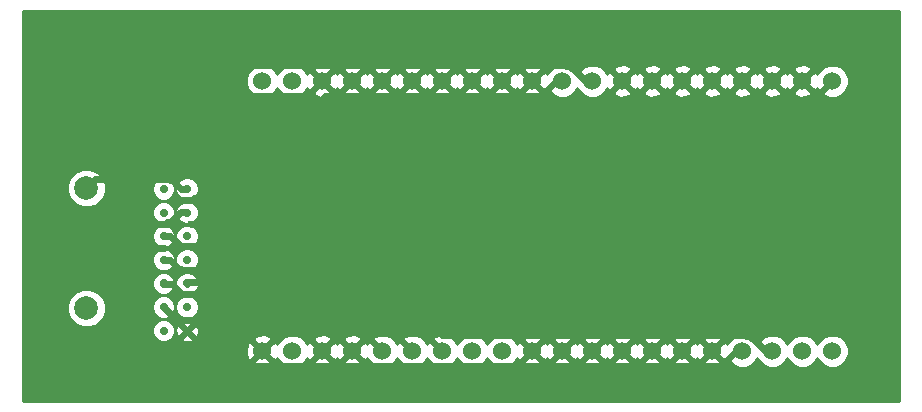
<source format=gbl>
G04 #@! TF.FileFunction,Copper,L2,Bot,Signal*
%FSLAX46Y46*%
G04 Gerber Fmt 4.6, Leading zero omitted, Abs format (unit mm)*
G04 Created by KiCad (PCBNEW 4.0.0-rc2-stable) date 3/7/2016 10:16:44 PM*
%MOMM*%
G01*
G04 APERTURE LIST*
%ADD10C,0.600000*%
%ADD11C,1.524000*%
%ADD12C,0.700000*%
%ADD13C,1.998980*%
%ADD14C,0.600000*%
%ADD15C,0.254000*%
G04 APERTURE END LIST*
D10*
D11*
X149771100Y-129133600D03*
X152311100Y-129133600D03*
X154851100Y-129133600D03*
X157391100Y-129133600D03*
X159931100Y-129133600D03*
X162471100Y-129133600D03*
X165011100Y-129133600D03*
X167551100Y-129133600D03*
X170091100Y-129133600D03*
X172631100Y-129133600D03*
X175171100Y-129133600D03*
X177711100Y-129133600D03*
X180251100Y-129133600D03*
X182791100Y-129133600D03*
X185331100Y-129133600D03*
X187871100Y-129133600D03*
X190411100Y-129133600D03*
X192951100Y-129133600D03*
X195491100Y-129133600D03*
X198031100Y-129133600D03*
X198031100Y-106273600D03*
X195491100Y-106273600D03*
X192951100Y-106273600D03*
X190411100Y-106273600D03*
X187871100Y-106273600D03*
X185331100Y-106273600D03*
X182791100Y-106273600D03*
X180251100Y-106273600D03*
X177711100Y-106273600D03*
X175171100Y-106273600D03*
X172631100Y-106273600D03*
X170091100Y-106273600D03*
X167551100Y-106273600D03*
X165011100Y-106273600D03*
X162471100Y-106273600D03*
X159931100Y-106273600D03*
X157391100Y-106273600D03*
X154851100Y-106273600D03*
X152311100Y-106273600D03*
X149771100Y-106273600D03*
D12*
X141408400Y-115406400D03*
X141408400Y-117406400D03*
X141408400Y-119406400D03*
X141408400Y-121406400D03*
X141408400Y-123406400D03*
X141408400Y-125406400D03*
X141408400Y-127406400D03*
X143408400Y-127406400D03*
X143408400Y-125406400D03*
X143408400Y-123406400D03*
X143408400Y-121406400D03*
X143408400Y-119406400D03*
X143408400Y-117406400D03*
X143408400Y-115406400D03*
D13*
X134874000Y-125501400D03*
X134874000Y-115341400D03*
D14*
X145415000Y-107569000D03*
X143383000Y-104775000D03*
X141224000Y-104775000D03*
X154686000Y-123317000D03*
X160528000Y-123317000D03*
X140843000Y-108839000D03*
X143891000Y-110363000D03*
X142875000Y-116459000D03*
X147320000Y-113030000D03*
X143383000Y-113665000D03*
X141859000Y-109855000D03*
X141097000Y-118364000D03*
X153924000Y-116332000D03*
X161544000Y-122936000D03*
X143764000Y-118364000D03*
X139192000Y-118745000D03*
X141478000Y-120396000D03*
X146812000Y-117348000D03*
X167640000Y-126746000D03*
D10*
X154851100Y-106273600D02*
X154813000Y-106299000D01*
X154813000Y-106299000D02*
X153543000Y-107569000D01*
X153543000Y-107569000D02*
X145415000Y-107569000D01*
X143383000Y-104775000D02*
X141224000Y-104775000D01*
X143408400Y-123406400D02*
X143383000Y-123444000D01*
X143383000Y-123444000D02*
X143510000Y-123317000D01*
X143510000Y-123317000D02*
X154686000Y-123317000D01*
X160528000Y-123317000D02*
X164973000Y-127762000D01*
X164973000Y-127762000D02*
X190627000Y-127762000D01*
X190627000Y-127762000D02*
X190754000Y-127889000D01*
X190754000Y-127889000D02*
X191008000Y-127889000D01*
X191008000Y-127889000D02*
X191135000Y-128016000D01*
X191135000Y-128016000D02*
X191262000Y-128016000D01*
X191262000Y-128016000D02*
X192405000Y-129159000D01*
X192405000Y-129159000D02*
X192913000Y-129159000D01*
X192913000Y-129159000D02*
X192951100Y-129133600D01*
X140843000Y-108839000D02*
X144780000Y-104902000D01*
X144780000Y-104902000D02*
X175387000Y-104902000D01*
X175387000Y-104902000D02*
X175514000Y-105029000D01*
X175514000Y-105029000D02*
X175768000Y-105029000D01*
X175768000Y-105029000D02*
X175895000Y-105156000D01*
X175895000Y-105156000D02*
X176022000Y-105156000D01*
X176022000Y-105156000D02*
X177165000Y-106299000D01*
X177165000Y-106299000D02*
X177673000Y-106299000D01*
X177673000Y-106299000D02*
X177711100Y-106273600D01*
X143891000Y-110363000D02*
X145796000Y-108458000D01*
X145796000Y-108458000D02*
X154051000Y-108458000D01*
X154051000Y-108458000D02*
X154178000Y-108331000D01*
X154178000Y-108331000D02*
X154305000Y-108331000D01*
X154305000Y-108331000D02*
X155067000Y-107569000D01*
X155067000Y-107569000D02*
X173228000Y-107569000D01*
X173228000Y-107569000D02*
X173482000Y-107315000D01*
X173482000Y-107315000D02*
X173609000Y-107315000D01*
X173609000Y-107315000D02*
X174625000Y-106299000D01*
X174625000Y-106299000D02*
X175133000Y-106299000D01*
X175133000Y-106299000D02*
X175171100Y-106273600D01*
X142875000Y-116459000D02*
X143002000Y-116332000D01*
X143002000Y-116332000D02*
X143891000Y-116332000D01*
X143891000Y-116332000D02*
X144018000Y-116205000D01*
X144018000Y-116205000D02*
X144145000Y-116205000D01*
X144145000Y-116205000D02*
X147320000Y-113030000D01*
X143383000Y-113665000D02*
X143383000Y-111379000D01*
X143383000Y-111379000D02*
X141859000Y-109855000D01*
X134874000Y-115341400D02*
X134874000Y-115316000D01*
X134874000Y-115316000D02*
X135636000Y-114554000D01*
X135636000Y-114554000D02*
X141859000Y-114554000D01*
X141859000Y-114554000D02*
X141986000Y-114681000D01*
X141986000Y-114681000D02*
X142113000Y-114681000D01*
X142113000Y-114681000D02*
X142875000Y-115443000D01*
X142875000Y-115443000D02*
X143383000Y-115443000D01*
X143383000Y-115443000D02*
X143408400Y-115406400D01*
X141097000Y-118364000D02*
X141605000Y-118364000D01*
X141605000Y-118364000D02*
X141732000Y-118237000D01*
X141732000Y-118237000D02*
X141986000Y-118237000D01*
X141986000Y-118237000D02*
X142875000Y-117348000D01*
X142875000Y-117348000D02*
X143383000Y-117348000D01*
X143383000Y-117348000D02*
X143408400Y-117406400D01*
X141408400Y-125406400D02*
X142494000Y-126492000D01*
X142494000Y-126492000D02*
X143764000Y-126492000D01*
X143764000Y-126492000D02*
X143891000Y-126619000D01*
X143891000Y-126619000D02*
X144018000Y-126619000D01*
X144018000Y-126619000D02*
X147828000Y-130429000D01*
X147828000Y-130429000D02*
X188468000Y-130429000D01*
X188468000Y-130429000D02*
X188722000Y-130175000D01*
X188722000Y-130175000D02*
X188849000Y-130175000D01*
X188849000Y-130175000D02*
X189865000Y-129159000D01*
X189865000Y-129159000D02*
X190373000Y-129159000D01*
X190373000Y-129159000D02*
X190411100Y-129133600D01*
X198031100Y-106273600D02*
X197993000Y-106299000D01*
X197993000Y-106299000D02*
X187960000Y-116332000D01*
X187960000Y-116332000D02*
X153924000Y-116332000D01*
X159931100Y-129133600D02*
X159893000Y-129159000D01*
X159893000Y-129159000D02*
X155067000Y-124333000D01*
X155067000Y-124333000D02*
X143002000Y-124333000D01*
X143002000Y-124333000D02*
X142113000Y-123444000D01*
X142113000Y-123444000D02*
X141351000Y-123444000D01*
X141351000Y-123444000D02*
X141408400Y-123406400D01*
X162471100Y-129133600D02*
X162433000Y-129159000D01*
X162433000Y-129159000D02*
X155575000Y-122301000D01*
X155575000Y-122301000D02*
X143002000Y-122301000D01*
X143002000Y-122301000D02*
X142875000Y-122174000D01*
X142875000Y-122174000D02*
X142748000Y-122174000D01*
X142748000Y-122174000D02*
X141986000Y-121412000D01*
X141986000Y-121412000D02*
X141351000Y-121412000D01*
X141351000Y-121412000D02*
X141408400Y-121406400D01*
X165011100Y-129133600D02*
X164973000Y-129159000D01*
X164973000Y-129159000D02*
X156083000Y-120269000D01*
X156083000Y-120269000D02*
X142875000Y-120269000D01*
X142875000Y-120269000D02*
X141986000Y-119380000D01*
X141986000Y-119380000D02*
X141351000Y-119380000D01*
X141351000Y-119380000D02*
X141408400Y-119406400D01*
X161544000Y-122936000D02*
X156972000Y-118364000D01*
X156972000Y-118364000D02*
X143764000Y-118364000D01*
X139192000Y-118745000D02*
X140843000Y-120396000D01*
X140843000Y-120396000D02*
X141478000Y-120396000D01*
X146812000Y-117348000D02*
X157226000Y-117348000D01*
X157226000Y-117348000D02*
X157353000Y-117475000D01*
X157353000Y-117475000D02*
X157480000Y-117475000D01*
X157480000Y-117475000D02*
X157607000Y-117602000D01*
X157607000Y-117602000D02*
X157734000Y-117602000D01*
X157734000Y-117602000D02*
X166878000Y-126746000D01*
X166878000Y-126746000D02*
X167640000Y-126746000D01*
D15*
G36*
X203695300Y-133337300D02*
X129552700Y-133337300D01*
X129552700Y-130113813D01*
X148970492Y-130113813D01*
X149039957Y-130355997D01*
X149563402Y-130542744D01*
X150118468Y-130514962D01*
X150502243Y-130355997D01*
X150571708Y-130113813D01*
X149771100Y-129313205D01*
X148970492Y-130113813D01*
X129552700Y-130113813D01*
X129552700Y-128925902D01*
X148361956Y-128925902D01*
X148389738Y-129480968D01*
X148548703Y-129864743D01*
X148790887Y-129934208D01*
X149591495Y-129133600D01*
X149950705Y-129133600D01*
X150751313Y-129934208D01*
X150993497Y-129864743D01*
X151043609Y-129724282D01*
X151126090Y-129923903D01*
X151518730Y-130317229D01*
X152032000Y-130530357D01*
X152587761Y-130530842D01*
X153101403Y-130318610D01*
X153306557Y-130113813D01*
X154050492Y-130113813D01*
X154119957Y-130355997D01*
X154643402Y-130542744D01*
X155198468Y-130514962D01*
X155582243Y-130355997D01*
X155651708Y-130113813D01*
X156590492Y-130113813D01*
X156659957Y-130355997D01*
X157183402Y-130542744D01*
X157738468Y-130514962D01*
X158122243Y-130355997D01*
X158191708Y-130113813D01*
X157391100Y-129313205D01*
X156590492Y-130113813D01*
X155651708Y-130113813D01*
X154851100Y-129313205D01*
X154050492Y-130113813D01*
X153306557Y-130113813D01*
X153494729Y-129925970D01*
X153574495Y-129733873D01*
X153628703Y-129864743D01*
X153870887Y-129934208D01*
X154671495Y-129133600D01*
X155030705Y-129133600D01*
X155831313Y-129934208D01*
X156073497Y-129864743D01*
X156117553Y-129741256D01*
X156168703Y-129864743D01*
X156410887Y-129934208D01*
X157211495Y-129133600D01*
X157570705Y-129133600D01*
X158371313Y-129934208D01*
X158613497Y-129864743D01*
X158663609Y-129724282D01*
X158746090Y-129923903D01*
X159138730Y-130317229D01*
X159652000Y-130530357D01*
X160207761Y-130530842D01*
X160721403Y-130318610D01*
X161114729Y-129925970D01*
X161201049Y-129718088D01*
X161286090Y-129923903D01*
X161678730Y-130317229D01*
X162192000Y-130530357D01*
X162747761Y-130530842D01*
X163261403Y-130318610D01*
X163654729Y-129925970D01*
X163741049Y-129718088D01*
X163826090Y-129923903D01*
X164218730Y-130317229D01*
X164732000Y-130530357D01*
X165287761Y-130530842D01*
X165801403Y-130318610D01*
X166194729Y-129925970D01*
X166281049Y-129718088D01*
X166366090Y-129923903D01*
X166758730Y-130317229D01*
X167272000Y-130530357D01*
X167827761Y-130530842D01*
X168341403Y-130318610D01*
X168734729Y-129925970D01*
X168821049Y-129718088D01*
X168906090Y-129923903D01*
X169298730Y-130317229D01*
X169812000Y-130530357D01*
X170367761Y-130530842D01*
X170881403Y-130318610D01*
X171086557Y-130113813D01*
X171830492Y-130113813D01*
X171899957Y-130355997D01*
X172423402Y-130542744D01*
X172978468Y-130514962D01*
X173362243Y-130355997D01*
X173431708Y-130113813D01*
X174370492Y-130113813D01*
X174439957Y-130355997D01*
X174963402Y-130542744D01*
X175518468Y-130514962D01*
X175902243Y-130355997D01*
X175971708Y-130113813D01*
X176910492Y-130113813D01*
X176979957Y-130355997D01*
X177503402Y-130542744D01*
X178058468Y-130514962D01*
X178442243Y-130355997D01*
X178511708Y-130113813D01*
X179450492Y-130113813D01*
X179519957Y-130355997D01*
X180043402Y-130542744D01*
X180598468Y-130514962D01*
X180982243Y-130355997D01*
X181051708Y-130113813D01*
X181990492Y-130113813D01*
X182059957Y-130355997D01*
X182583402Y-130542744D01*
X183138468Y-130514962D01*
X183522243Y-130355997D01*
X183591708Y-130113813D01*
X184530492Y-130113813D01*
X184599957Y-130355997D01*
X185123402Y-130542744D01*
X185678468Y-130514962D01*
X186062243Y-130355997D01*
X186131708Y-130113813D01*
X187070492Y-130113813D01*
X187139957Y-130355997D01*
X187663402Y-130542744D01*
X188218468Y-130514962D01*
X188602243Y-130355997D01*
X188671708Y-130113813D01*
X187871100Y-129313205D01*
X187070492Y-130113813D01*
X186131708Y-130113813D01*
X185331100Y-129313205D01*
X184530492Y-130113813D01*
X183591708Y-130113813D01*
X182791100Y-129313205D01*
X181990492Y-130113813D01*
X181051708Y-130113813D01*
X180251100Y-129313205D01*
X179450492Y-130113813D01*
X178511708Y-130113813D01*
X177711100Y-129313205D01*
X176910492Y-130113813D01*
X175971708Y-130113813D01*
X175171100Y-129313205D01*
X174370492Y-130113813D01*
X173431708Y-130113813D01*
X172631100Y-129313205D01*
X171830492Y-130113813D01*
X171086557Y-130113813D01*
X171274729Y-129925970D01*
X171354495Y-129733873D01*
X171408703Y-129864743D01*
X171650887Y-129934208D01*
X172451495Y-129133600D01*
X172810705Y-129133600D01*
X173611313Y-129934208D01*
X173853497Y-129864743D01*
X173897553Y-129741256D01*
X173948703Y-129864743D01*
X174190887Y-129934208D01*
X174991495Y-129133600D01*
X175350705Y-129133600D01*
X176151313Y-129934208D01*
X176393497Y-129864743D01*
X176437553Y-129741256D01*
X176488703Y-129864743D01*
X176730887Y-129934208D01*
X177531495Y-129133600D01*
X177890705Y-129133600D01*
X178691313Y-129934208D01*
X178933497Y-129864743D01*
X178977553Y-129741256D01*
X179028703Y-129864743D01*
X179270887Y-129934208D01*
X180071495Y-129133600D01*
X180430705Y-129133600D01*
X181231313Y-129934208D01*
X181473497Y-129864743D01*
X181517553Y-129741256D01*
X181568703Y-129864743D01*
X181810887Y-129934208D01*
X182611495Y-129133600D01*
X182970705Y-129133600D01*
X183771313Y-129934208D01*
X184013497Y-129864743D01*
X184057553Y-129741256D01*
X184108703Y-129864743D01*
X184350887Y-129934208D01*
X185151495Y-129133600D01*
X185510705Y-129133600D01*
X186311313Y-129934208D01*
X186553497Y-129864743D01*
X186597553Y-129741256D01*
X186648703Y-129864743D01*
X186890887Y-129934208D01*
X187691495Y-129133600D01*
X188050705Y-129133600D01*
X188851313Y-129934208D01*
X189093497Y-129864743D01*
X189143609Y-129724282D01*
X189226090Y-129923903D01*
X189618730Y-130317229D01*
X190132000Y-130530357D01*
X190687761Y-130530842D01*
X191201403Y-130318610D01*
X191594729Y-129925970D01*
X191681049Y-129718088D01*
X191766090Y-129923903D01*
X192158730Y-130317229D01*
X192672000Y-130530357D01*
X193227761Y-130530842D01*
X193741403Y-130318610D01*
X194134729Y-129925970D01*
X194221049Y-129718088D01*
X194306090Y-129923903D01*
X194698730Y-130317229D01*
X195212000Y-130530357D01*
X195767761Y-130530842D01*
X196281403Y-130318610D01*
X196674729Y-129925970D01*
X196761049Y-129718088D01*
X196846090Y-129923903D01*
X197238730Y-130317229D01*
X197752000Y-130530357D01*
X198307761Y-130530842D01*
X198821403Y-130318610D01*
X199214729Y-129925970D01*
X199427857Y-129412700D01*
X199428342Y-128856939D01*
X199216110Y-128343297D01*
X198823470Y-127949971D01*
X198310200Y-127736843D01*
X197754439Y-127736358D01*
X197240797Y-127948590D01*
X196847471Y-128341230D01*
X196761151Y-128549112D01*
X196676110Y-128343297D01*
X196283470Y-127949971D01*
X195770200Y-127736843D01*
X195214439Y-127736358D01*
X194700797Y-127948590D01*
X194307471Y-128341230D01*
X194221151Y-128549112D01*
X194136110Y-128343297D01*
X193743470Y-127949971D01*
X193230200Y-127736843D01*
X192674439Y-127736358D01*
X192160797Y-127948590D01*
X191767471Y-128341230D01*
X191681151Y-128549112D01*
X191596110Y-128343297D01*
X191203470Y-127949971D01*
X190690200Y-127736843D01*
X190134439Y-127736358D01*
X189620797Y-127948590D01*
X189227471Y-128341230D01*
X189147705Y-128533327D01*
X189093497Y-128402457D01*
X188851313Y-128332992D01*
X188050705Y-129133600D01*
X187691495Y-129133600D01*
X186890887Y-128332992D01*
X186648703Y-128402457D01*
X186604647Y-128525944D01*
X186553497Y-128402457D01*
X186311313Y-128332992D01*
X185510705Y-129133600D01*
X185151495Y-129133600D01*
X184350887Y-128332992D01*
X184108703Y-128402457D01*
X184064647Y-128525944D01*
X184013497Y-128402457D01*
X183771313Y-128332992D01*
X182970705Y-129133600D01*
X182611495Y-129133600D01*
X181810887Y-128332992D01*
X181568703Y-128402457D01*
X181524647Y-128525944D01*
X181473497Y-128402457D01*
X181231313Y-128332992D01*
X180430705Y-129133600D01*
X180071495Y-129133600D01*
X179270887Y-128332992D01*
X179028703Y-128402457D01*
X178984647Y-128525944D01*
X178933497Y-128402457D01*
X178691313Y-128332992D01*
X177890705Y-129133600D01*
X177531495Y-129133600D01*
X176730887Y-128332992D01*
X176488703Y-128402457D01*
X176444647Y-128525944D01*
X176393497Y-128402457D01*
X176151313Y-128332992D01*
X175350705Y-129133600D01*
X174991495Y-129133600D01*
X174190887Y-128332992D01*
X173948703Y-128402457D01*
X173904647Y-128525944D01*
X173853497Y-128402457D01*
X173611313Y-128332992D01*
X172810705Y-129133600D01*
X172451495Y-129133600D01*
X171650887Y-128332992D01*
X171408703Y-128402457D01*
X171358591Y-128542918D01*
X171276110Y-128343297D01*
X171086532Y-128153387D01*
X171830492Y-128153387D01*
X172631100Y-128953995D01*
X173431708Y-128153387D01*
X174370492Y-128153387D01*
X175171100Y-128953995D01*
X175971708Y-128153387D01*
X176910492Y-128153387D01*
X177711100Y-128953995D01*
X178511708Y-128153387D01*
X179450492Y-128153387D01*
X180251100Y-128953995D01*
X181051708Y-128153387D01*
X181990492Y-128153387D01*
X182791100Y-128953995D01*
X183591708Y-128153387D01*
X184530492Y-128153387D01*
X185331100Y-128953995D01*
X186131708Y-128153387D01*
X187070492Y-128153387D01*
X187871100Y-128953995D01*
X188671708Y-128153387D01*
X188602243Y-127911203D01*
X188078798Y-127724456D01*
X187523732Y-127752238D01*
X187139957Y-127911203D01*
X187070492Y-128153387D01*
X186131708Y-128153387D01*
X186062243Y-127911203D01*
X185538798Y-127724456D01*
X184983732Y-127752238D01*
X184599957Y-127911203D01*
X184530492Y-128153387D01*
X183591708Y-128153387D01*
X183522243Y-127911203D01*
X182998798Y-127724456D01*
X182443732Y-127752238D01*
X182059957Y-127911203D01*
X181990492Y-128153387D01*
X181051708Y-128153387D01*
X180982243Y-127911203D01*
X180458798Y-127724456D01*
X179903732Y-127752238D01*
X179519957Y-127911203D01*
X179450492Y-128153387D01*
X178511708Y-128153387D01*
X178442243Y-127911203D01*
X177918798Y-127724456D01*
X177363732Y-127752238D01*
X176979957Y-127911203D01*
X176910492Y-128153387D01*
X175971708Y-128153387D01*
X175902243Y-127911203D01*
X175378798Y-127724456D01*
X174823732Y-127752238D01*
X174439957Y-127911203D01*
X174370492Y-128153387D01*
X173431708Y-128153387D01*
X173362243Y-127911203D01*
X172838798Y-127724456D01*
X172283732Y-127752238D01*
X171899957Y-127911203D01*
X171830492Y-128153387D01*
X171086532Y-128153387D01*
X170883470Y-127949971D01*
X170370200Y-127736843D01*
X169814439Y-127736358D01*
X169300797Y-127948590D01*
X168907471Y-128341230D01*
X168821151Y-128549112D01*
X168736110Y-128343297D01*
X168343470Y-127949971D01*
X167830200Y-127736843D01*
X167274439Y-127736358D01*
X166760797Y-127948590D01*
X166367471Y-128341230D01*
X166281151Y-128549112D01*
X166196110Y-128343297D01*
X165803470Y-127949971D01*
X165290200Y-127736843D01*
X164734439Y-127736358D01*
X164220797Y-127948590D01*
X163827471Y-128341230D01*
X163741151Y-128549112D01*
X163656110Y-128343297D01*
X163263470Y-127949971D01*
X162750200Y-127736843D01*
X162194439Y-127736358D01*
X161680797Y-127948590D01*
X161287471Y-128341230D01*
X161201151Y-128549112D01*
X161116110Y-128343297D01*
X160723470Y-127949971D01*
X160210200Y-127736843D01*
X159654439Y-127736358D01*
X159140797Y-127948590D01*
X158747471Y-128341230D01*
X158667705Y-128533327D01*
X158613497Y-128402457D01*
X158371313Y-128332992D01*
X157570705Y-129133600D01*
X157211495Y-129133600D01*
X156410887Y-128332992D01*
X156168703Y-128402457D01*
X156124647Y-128525944D01*
X156073497Y-128402457D01*
X155831313Y-128332992D01*
X155030705Y-129133600D01*
X154671495Y-129133600D01*
X153870887Y-128332992D01*
X153628703Y-128402457D01*
X153578591Y-128542918D01*
X153496110Y-128343297D01*
X153306532Y-128153387D01*
X154050492Y-128153387D01*
X154851100Y-128953995D01*
X155651708Y-128153387D01*
X156590492Y-128153387D01*
X157391100Y-128953995D01*
X158191708Y-128153387D01*
X158122243Y-127911203D01*
X157598798Y-127724456D01*
X157043732Y-127752238D01*
X156659957Y-127911203D01*
X156590492Y-128153387D01*
X155651708Y-128153387D01*
X155582243Y-127911203D01*
X155058798Y-127724456D01*
X154503732Y-127752238D01*
X154119957Y-127911203D01*
X154050492Y-128153387D01*
X153306532Y-128153387D01*
X153103470Y-127949971D01*
X152590200Y-127736843D01*
X152034439Y-127736358D01*
X151520797Y-127948590D01*
X151127471Y-128341230D01*
X151047705Y-128533327D01*
X150993497Y-128402457D01*
X150751313Y-128332992D01*
X149950705Y-129133600D01*
X149591495Y-129133600D01*
X148790887Y-128332992D01*
X148548703Y-128402457D01*
X148361956Y-128925902D01*
X129552700Y-128925902D01*
X129552700Y-127601469D01*
X140423230Y-127601469D01*
X140572871Y-127963629D01*
X140849714Y-128240955D01*
X141211612Y-128391228D01*
X141603469Y-128391570D01*
X141965629Y-128241929D01*
X142120515Y-128087312D01*
X142907093Y-128087312D01*
X142925573Y-128287020D01*
X143299325Y-128404757D01*
X143689682Y-128370503D01*
X143891227Y-128287020D01*
X143903592Y-128153387D01*
X148970492Y-128153387D01*
X149771100Y-128953995D01*
X150571708Y-128153387D01*
X150502243Y-127911203D01*
X149978798Y-127724456D01*
X149423732Y-127752238D01*
X149039957Y-127911203D01*
X148970492Y-128153387D01*
X143903592Y-128153387D01*
X143909707Y-128087312D01*
X143408400Y-127586005D01*
X142907093Y-128087312D01*
X142120515Y-128087312D01*
X142242955Y-127965086D01*
X142393228Y-127603188D01*
X142393494Y-127297325D01*
X142410043Y-127297325D01*
X142444297Y-127687682D01*
X142527780Y-127889227D01*
X142727488Y-127907707D01*
X143228795Y-127406400D01*
X143588005Y-127406400D01*
X144089312Y-127907707D01*
X144289020Y-127889227D01*
X144406757Y-127515475D01*
X144372503Y-127125118D01*
X144289020Y-126923573D01*
X144089312Y-126905093D01*
X143588005Y-127406400D01*
X143228795Y-127406400D01*
X142727488Y-126905093D01*
X142527780Y-126923573D01*
X142410043Y-127297325D01*
X142393494Y-127297325D01*
X142393570Y-127211331D01*
X142243929Y-126849171D01*
X142120462Y-126725488D01*
X142907093Y-126725488D01*
X143408400Y-127226795D01*
X143909707Y-126725488D01*
X143891227Y-126525780D01*
X143517475Y-126408043D01*
X143127118Y-126442297D01*
X142925573Y-126525780D01*
X142907093Y-126725488D01*
X142120462Y-126725488D01*
X141967086Y-126571845D01*
X141605188Y-126421572D01*
X141213331Y-126421230D01*
X140851171Y-126570871D01*
X140573845Y-126847714D01*
X140423572Y-127209612D01*
X140423230Y-127601469D01*
X129552700Y-127601469D01*
X129552700Y-125825094D01*
X133239226Y-125825094D01*
X133487538Y-126426055D01*
X133946927Y-126886246D01*
X134547453Y-127135606D01*
X135197694Y-127136174D01*
X135798655Y-126887862D01*
X136258846Y-126428473D01*
X136508206Y-125827947D01*
X136508403Y-125601469D01*
X140423230Y-125601469D01*
X140572871Y-125963629D01*
X140849714Y-126240955D01*
X141211612Y-126391228D01*
X141603469Y-126391570D01*
X141965629Y-126241929D01*
X142242955Y-125965086D01*
X142393228Y-125603188D01*
X142393229Y-125601469D01*
X142423230Y-125601469D01*
X142572871Y-125963629D01*
X142849714Y-126240955D01*
X143211612Y-126391228D01*
X143603469Y-126391570D01*
X143965629Y-126241929D01*
X144242955Y-125965086D01*
X144393228Y-125603188D01*
X144393570Y-125211331D01*
X144243929Y-124849171D01*
X143967086Y-124571845D01*
X143605188Y-124421572D01*
X143213331Y-124421230D01*
X142851171Y-124570871D01*
X142573845Y-124847714D01*
X142423572Y-125209612D01*
X142423230Y-125601469D01*
X142393229Y-125601469D01*
X142393570Y-125211331D01*
X142243929Y-124849171D01*
X141967086Y-124571845D01*
X141605188Y-124421572D01*
X141213331Y-124421230D01*
X140851171Y-124570871D01*
X140573845Y-124847714D01*
X140423572Y-125209612D01*
X140423230Y-125601469D01*
X136508403Y-125601469D01*
X136508774Y-125177706D01*
X136260462Y-124576745D01*
X135801073Y-124116554D01*
X135200547Y-123867194D01*
X134550306Y-123866626D01*
X133949345Y-124114938D01*
X133489154Y-124574327D01*
X133239794Y-125174853D01*
X133239226Y-125825094D01*
X129552700Y-125825094D01*
X129552700Y-123601469D01*
X140423230Y-123601469D01*
X140572871Y-123963629D01*
X140849714Y-124240955D01*
X141211612Y-124391228D01*
X141603469Y-124391570D01*
X141965629Y-124241929D01*
X142242955Y-123965086D01*
X142393228Y-123603188D01*
X142393229Y-123601469D01*
X142423230Y-123601469D01*
X142572871Y-123963629D01*
X142849714Y-124240955D01*
X143211612Y-124391228D01*
X143603469Y-124391570D01*
X143965629Y-124241929D01*
X144242955Y-123965086D01*
X144393228Y-123603188D01*
X144393570Y-123211331D01*
X144243929Y-122849171D01*
X143967086Y-122571845D01*
X143605188Y-122421572D01*
X143213331Y-122421230D01*
X142851171Y-122570871D01*
X142573845Y-122847714D01*
X142423572Y-123209612D01*
X142423230Y-123601469D01*
X142393229Y-123601469D01*
X142393570Y-123211331D01*
X142243929Y-122849171D01*
X141967086Y-122571845D01*
X141605188Y-122421572D01*
X141213331Y-122421230D01*
X140851171Y-122570871D01*
X140573845Y-122847714D01*
X140423572Y-123209612D01*
X140423230Y-123601469D01*
X129552700Y-123601469D01*
X129552700Y-121601469D01*
X140423230Y-121601469D01*
X140572871Y-121963629D01*
X140849714Y-122240955D01*
X141211612Y-122391228D01*
X141603469Y-122391570D01*
X141965629Y-122241929D01*
X142242955Y-121965086D01*
X142393228Y-121603188D01*
X142393229Y-121601469D01*
X142423230Y-121601469D01*
X142572871Y-121963629D01*
X142849714Y-122240955D01*
X143211612Y-122391228D01*
X143603469Y-122391570D01*
X143965629Y-122241929D01*
X144242955Y-121965086D01*
X144393228Y-121603188D01*
X144393570Y-121211331D01*
X144243929Y-120849171D01*
X143967086Y-120571845D01*
X143605188Y-120421572D01*
X143213331Y-120421230D01*
X142851171Y-120570871D01*
X142573845Y-120847714D01*
X142423572Y-121209612D01*
X142423230Y-121601469D01*
X142393229Y-121601469D01*
X142393570Y-121211331D01*
X142243929Y-120849171D01*
X141967086Y-120571845D01*
X141605188Y-120421572D01*
X141213331Y-120421230D01*
X140851171Y-120570871D01*
X140573845Y-120847714D01*
X140423572Y-121209612D01*
X140423230Y-121601469D01*
X129552700Y-121601469D01*
X129552700Y-119601469D01*
X140423230Y-119601469D01*
X140572871Y-119963629D01*
X140849714Y-120240955D01*
X141211612Y-120391228D01*
X141603469Y-120391570D01*
X141965629Y-120241929D01*
X142242955Y-119965086D01*
X142393228Y-119603188D01*
X142393229Y-119601469D01*
X142423230Y-119601469D01*
X142572871Y-119963629D01*
X142849714Y-120240955D01*
X143211612Y-120391228D01*
X143603469Y-120391570D01*
X143965629Y-120241929D01*
X144242955Y-119965086D01*
X144393228Y-119603188D01*
X144393570Y-119211331D01*
X144243929Y-118849171D01*
X143967086Y-118571845D01*
X143605188Y-118421572D01*
X143213331Y-118421230D01*
X142851171Y-118570871D01*
X142573845Y-118847714D01*
X142423572Y-119209612D01*
X142423230Y-119601469D01*
X142393229Y-119601469D01*
X142393570Y-119211331D01*
X142243929Y-118849171D01*
X141967086Y-118571845D01*
X141605188Y-118421572D01*
X141213331Y-118421230D01*
X140851171Y-118570871D01*
X140573845Y-118847714D01*
X140423572Y-119209612D01*
X140423230Y-119601469D01*
X129552700Y-119601469D01*
X129552700Y-117601469D01*
X140423230Y-117601469D01*
X140572871Y-117963629D01*
X140849714Y-118240955D01*
X141211612Y-118391228D01*
X141603469Y-118391570D01*
X141965629Y-118241929D01*
X142242955Y-117965086D01*
X142393228Y-117603188D01*
X142393229Y-117601469D01*
X142423230Y-117601469D01*
X142572871Y-117963629D01*
X142849714Y-118240955D01*
X143211612Y-118391228D01*
X143603469Y-118391570D01*
X143965629Y-118241929D01*
X144242955Y-117965086D01*
X144393228Y-117603188D01*
X144393570Y-117211331D01*
X144243929Y-116849171D01*
X143967086Y-116571845D01*
X143605188Y-116421572D01*
X143213331Y-116421230D01*
X142851171Y-116570871D01*
X142573845Y-116847714D01*
X142423572Y-117209612D01*
X142423230Y-117601469D01*
X142393229Y-117601469D01*
X142393570Y-117211331D01*
X142243929Y-116849171D01*
X141967086Y-116571845D01*
X141605188Y-116421572D01*
X141213331Y-116421230D01*
X140851171Y-116570871D01*
X140573845Y-116847714D01*
X140423572Y-117209612D01*
X140423230Y-117601469D01*
X129552700Y-117601469D01*
X129552700Y-115665094D01*
X133239226Y-115665094D01*
X133487538Y-116266055D01*
X133946927Y-116726246D01*
X134547453Y-116975606D01*
X135197694Y-116976174D01*
X135798655Y-116727862D01*
X136258846Y-116268473D01*
X136508206Y-115667947D01*
X136508264Y-115601469D01*
X140423230Y-115601469D01*
X140572871Y-115963629D01*
X140849714Y-116240955D01*
X141211612Y-116391228D01*
X141603469Y-116391570D01*
X141965629Y-116241929D01*
X142242955Y-115965086D01*
X142393228Y-115603188D01*
X142393229Y-115601469D01*
X142423230Y-115601469D01*
X142572871Y-115963629D01*
X142849714Y-116240955D01*
X143211612Y-116391228D01*
X143603469Y-116391570D01*
X143965629Y-116241929D01*
X144242955Y-115965086D01*
X144393228Y-115603188D01*
X144393570Y-115211331D01*
X144243929Y-114849171D01*
X143967086Y-114571845D01*
X143605188Y-114421572D01*
X143213331Y-114421230D01*
X142851171Y-114570871D01*
X142573845Y-114847714D01*
X142423572Y-115209612D01*
X142423230Y-115601469D01*
X142393229Y-115601469D01*
X142393570Y-115211331D01*
X142243929Y-114849171D01*
X141967086Y-114571845D01*
X141605188Y-114421572D01*
X141213331Y-114421230D01*
X140851171Y-114570871D01*
X140573845Y-114847714D01*
X140423572Y-115209612D01*
X140423230Y-115601469D01*
X136508264Y-115601469D01*
X136508774Y-115017706D01*
X136260462Y-114416745D01*
X135801073Y-113956554D01*
X135200547Y-113707194D01*
X134550306Y-113706626D01*
X133949345Y-113954938D01*
X133489154Y-114414327D01*
X133239794Y-115014853D01*
X133239226Y-115665094D01*
X129552700Y-115665094D01*
X129552700Y-106550261D01*
X148373858Y-106550261D01*
X148586090Y-107063903D01*
X148978730Y-107457229D01*
X149492000Y-107670357D01*
X150047761Y-107670842D01*
X150561403Y-107458610D01*
X150954729Y-107065970D01*
X151041049Y-106858088D01*
X151126090Y-107063903D01*
X151518730Y-107457229D01*
X152032000Y-107670357D01*
X152587761Y-107670842D01*
X153101403Y-107458610D01*
X153306557Y-107253813D01*
X154050492Y-107253813D01*
X154119957Y-107495997D01*
X154643402Y-107682744D01*
X155198468Y-107654962D01*
X155582243Y-107495997D01*
X155651708Y-107253813D01*
X156590492Y-107253813D01*
X156659957Y-107495997D01*
X157183402Y-107682744D01*
X157738468Y-107654962D01*
X158122243Y-107495997D01*
X158191708Y-107253813D01*
X159130492Y-107253813D01*
X159199957Y-107495997D01*
X159723402Y-107682744D01*
X160278468Y-107654962D01*
X160662243Y-107495997D01*
X160731708Y-107253813D01*
X161670492Y-107253813D01*
X161739957Y-107495997D01*
X162263402Y-107682744D01*
X162818468Y-107654962D01*
X163202243Y-107495997D01*
X163271708Y-107253813D01*
X164210492Y-107253813D01*
X164279957Y-107495997D01*
X164803402Y-107682744D01*
X165358468Y-107654962D01*
X165742243Y-107495997D01*
X165811708Y-107253813D01*
X166750492Y-107253813D01*
X166819957Y-107495997D01*
X167343402Y-107682744D01*
X167898468Y-107654962D01*
X168282243Y-107495997D01*
X168351708Y-107253813D01*
X169290492Y-107253813D01*
X169359957Y-107495997D01*
X169883402Y-107682744D01*
X170438468Y-107654962D01*
X170822243Y-107495997D01*
X170891708Y-107253813D01*
X171830492Y-107253813D01*
X171899957Y-107495997D01*
X172423402Y-107682744D01*
X172978468Y-107654962D01*
X173362243Y-107495997D01*
X173431708Y-107253813D01*
X172631100Y-106453205D01*
X171830492Y-107253813D01*
X170891708Y-107253813D01*
X170091100Y-106453205D01*
X169290492Y-107253813D01*
X168351708Y-107253813D01*
X167551100Y-106453205D01*
X166750492Y-107253813D01*
X165811708Y-107253813D01*
X165011100Y-106453205D01*
X164210492Y-107253813D01*
X163271708Y-107253813D01*
X162471100Y-106453205D01*
X161670492Y-107253813D01*
X160731708Y-107253813D01*
X159931100Y-106453205D01*
X159130492Y-107253813D01*
X158191708Y-107253813D01*
X157391100Y-106453205D01*
X156590492Y-107253813D01*
X155651708Y-107253813D01*
X154851100Y-106453205D01*
X154050492Y-107253813D01*
X153306557Y-107253813D01*
X153494729Y-107065970D01*
X153574495Y-106873873D01*
X153628703Y-107004743D01*
X153870887Y-107074208D01*
X154671495Y-106273600D01*
X155030705Y-106273600D01*
X155831313Y-107074208D01*
X156073497Y-107004743D01*
X156117553Y-106881256D01*
X156168703Y-107004743D01*
X156410887Y-107074208D01*
X157211495Y-106273600D01*
X157570705Y-106273600D01*
X158371313Y-107074208D01*
X158613497Y-107004743D01*
X158657553Y-106881256D01*
X158708703Y-107004743D01*
X158950887Y-107074208D01*
X159751495Y-106273600D01*
X160110705Y-106273600D01*
X160911313Y-107074208D01*
X161153497Y-107004743D01*
X161197553Y-106881256D01*
X161248703Y-107004743D01*
X161490887Y-107074208D01*
X162291495Y-106273600D01*
X162650705Y-106273600D01*
X163451313Y-107074208D01*
X163693497Y-107004743D01*
X163737553Y-106881256D01*
X163788703Y-107004743D01*
X164030887Y-107074208D01*
X164831495Y-106273600D01*
X165190705Y-106273600D01*
X165991313Y-107074208D01*
X166233497Y-107004743D01*
X166277553Y-106881256D01*
X166328703Y-107004743D01*
X166570887Y-107074208D01*
X167371495Y-106273600D01*
X167730705Y-106273600D01*
X168531313Y-107074208D01*
X168773497Y-107004743D01*
X168817553Y-106881256D01*
X168868703Y-107004743D01*
X169110887Y-107074208D01*
X169911495Y-106273600D01*
X170270705Y-106273600D01*
X171071313Y-107074208D01*
X171313497Y-107004743D01*
X171357553Y-106881256D01*
X171408703Y-107004743D01*
X171650887Y-107074208D01*
X172451495Y-106273600D01*
X172810705Y-106273600D01*
X173611313Y-107074208D01*
X173853497Y-107004743D01*
X173903609Y-106864282D01*
X173986090Y-107063903D01*
X174378730Y-107457229D01*
X174892000Y-107670357D01*
X175447761Y-107670842D01*
X175961403Y-107458610D01*
X176354729Y-107065970D01*
X176441049Y-106858088D01*
X176526090Y-107063903D01*
X176918730Y-107457229D01*
X177432000Y-107670357D01*
X177987761Y-107670842D01*
X178501403Y-107458610D01*
X178706557Y-107253813D01*
X179450492Y-107253813D01*
X179519957Y-107495997D01*
X180043402Y-107682744D01*
X180598468Y-107654962D01*
X180982243Y-107495997D01*
X181051708Y-107253813D01*
X181990492Y-107253813D01*
X182059957Y-107495997D01*
X182583402Y-107682744D01*
X183138468Y-107654962D01*
X183522243Y-107495997D01*
X183591708Y-107253813D01*
X184530492Y-107253813D01*
X184599957Y-107495997D01*
X185123402Y-107682744D01*
X185678468Y-107654962D01*
X186062243Y-107495997D01*
X186131708Y-107253813D01*
X187070492Y-107253813D01*
X187139957Y-107495997D01*
X187663402Y-107682744D01*
X188218468Y-107654962D01*
X188602243Y-107495997D01*
X188671708Y-107253813D01*
X189610492Y-107253813D01*
X189679957Y-107495997D01*
X190203402Y-107682744D01*
X190758468Y-107654962D01*
X191142243Y-107495997D01*
X191211708Y-107253813D01*
X192150492Y-107253813D01*
X192219957Y-107495997D01*
X192743402Y-107682744D01*
X193298468Y-107654962D01*
X193682243Y-107495997D01*
X193751708Y-107253813D01*
X194690492Y-107253813D01*
X194759957Y-107495997D01*
X195283402Y-107682744D01*
X195838468Y-107654962D01*
X196222243Y-107495997D01*
X196291708Y-107253813D01*
X195491100Y-106453205D01*
X194690492Y-107253813D01*
X193751708Y-107253813D01*
X192951100Y-106453205D01*
X192150492Y-107253813D01*
X191211708Y-107253813D01*
X190411100Y-106453205D01*
X189610492Y-107253813D01*
X188671708Y-107253813D01*
X187871100Y-106453205D01*
X187070492Y-107253813D01*
X186131708Y-107253813D01*
X185331100Y-106453205D01*
X184530492Y-107253813D01*
X183591708Y-107253813D01*
X182791100Y-106453205D01*
X181990492Y-107253813D01*
X181051708Y-107253813D01*
X180251100Y-106453205D01*
X179450492Y-107253813D01*
X178706557Y-107253813D01*
X178894729Y-107065970D01*
X178974495Y-106873873D01*
X179028703Y-107004743D01*
X179270887Y-107074208D01*
X180071495Y-106273600D01*
X180430705Y-106273600D01*
X181231313Y-107074208D01*
X181473497Y-107004743D01*
X181517553Y-106881256D01*
X181568703Y-107004743D01*
X181810887Y-107074208D01*
X182611495Y-106273600D01*
X182970705Y-106273600D01*
X183771313Y-107074208D01*
X184013497Y-107004743D01*
X184057553Y-106881256D01*
X184108703Y-107004743D01*
X184350887Y-107074208D01*
X185151495Y-106273600D01*
X185510705Y-106273600D01*
X186311313Y-107074208D01*
X186553497Y-107004743D01*
X186597553Y-106881256D01*
X186648703Y-107004743D01*
X186890887Y-107074208D01*
X187691495Y-106273600D01*
X188050705Y-106273600D01*
X188851313Y-107074208D01*
X189093497Y-107004743D01*
X189137553Y-106881256D01*
X189188703Y-107004743D01*
X189430887Y-107074208D01*
X190231495Y-106273600D01*
X190590705Y-106273600D01*
X191391313Y-107074208D01*
X191633497Y-107004743D01*
X191677553Y-106881256D01*
X191728703Y-107004743D01*
X191970887Y-107074208D01*
X192771495Y-106273600D01*
X193130705Y-106273600D01*
X193931313Y-107074208D01*
X194173497Y-107004743D01*
X194217553Y-106881256D01*
X194268703Y-107004743D01*
X194510887Y-107074208D01*
X195311495Y-106273600D01*
X195670705Y-106273600D01*
X196471313Y-107074208D01*
X196713497Y-107004743D01*
X196763609Y-106864282D01*
X196846090Y-107063903D01*
X197238730Y-107457229D01*
X197752000Y-107670357D01*
X198307761Y-107670842D01*
X198821403Y-107458610D01*
X199214729Y-107065970D01*
X199427857Y-106552700D01*
X199428342Y-105996939D01*
X199216110Y-105483297D01*
X198823470Y-105089971D01*
X198310200Y-104876843D01*
X197754439Y-104876358D01*
X197240797Y-105088590D01*
X196847471Y-105481230D01*
X196767705Y-105673327D01*
X196713497Y-105542457D01*
X196471313Y-105472992D01*
X195670705Y-106273600D01*
X195311495Y-106273600D01*
X194510887Y-105472992D01*
X194268703Y-105542457D01*
X194224647Y-105665944D01*
X194173497Y-105542457D01*
X193931313Y-105472992D01*
X193130705Y-106273600D01*
X192771495Y-106273600D01*
X191970887Y-105472992D01*
X191728703Y-105542457D01*
X191684647Y-105665944D01*
X191633497Y-105542457D01*
X191391313Y-105472992D01*
X190590705Y-106273600D01*
X190231495Y-106273600D01*
X189430887Y-105472992D01*
X189188703Y-105542457D01*
X189144647Y-105665944D01*
X189093497Y-105542457D01*
X188851313Y-105472992D01*
X188050705Y-106273600D01*
X187691495Y-106273600D01*
X186890887Y-105472992D01*
X186648703Y-105542457D01*
X186604647Y-105665944D01*
X186553497Y-105542457D01*
X186311313Y-105472992D01*
X185510705Y-106273600D01*
X185151495Y-106273600D01*
X184350887Y-105472992D01*
X184108703Y-105542457D01*
X184064647Y-105665944D01*
X184013497Y-105542457D01*
X183771313Y-105472992D01*
X182970705Y-106273600D01*
X182611495Y-106273600D01*
X181810887Y-105472992D01*
X181568703Y-105542457D01*
X181524647Y-105665944D01*
X181473497Y-105542457D01*
X181231313Y-105472992D01*
X180430705Y-106273600D01*
X180071495Y-106273600D01*
X179270887Y-105472992D01*
X179028703Y-105542457D01*
X178978591Y-105682918D01*
X178896110Y-105483297D01*
X178706532Y-105293387D01*
X179450492Y-105293387D01*
X180251100Y-106093995D01*
X181051708Y-105293387D01*
X181990492Y-105293387D01*
X182791100Y-106093995D01*
X183591708Y-105293387D01*
X184530492Y-105293387D01*
X185331100Y-106093995D01*
X186131708Y-105293387D01*
X187070492Y-105293387D01*
X187871100Y-106093995D01*
X188671708Y-105293387D01*
X189610492Y-105293387D01*
X190411100Y-106093995D01*
X191211708Y-105293387D01*
X192150492Y-105293387D01*
X192951100Y-106093995D01*
X193751708Y-105293387D01*
X194690492Y-105293387D01*
X195491100Y-106093995D01*
X196291708Y-105293387D01*
X196222243Y-105051203D01*
X195698798Y-104864456D01*
X195143732Y-104892238D01*
X194759957Y-105051203D01*
X194690492Y-105293387D01*
X193751708Y-105293387D01*
X193682243Y-105051203D01*
X193158798Y-104864456D01*
X192603732Y-104892238D01*
X192219957Y-105051203D01*
X192150492Y-105293387D01*
X191211708Y-105293387D01*
X191142243Y-105051203D01*
X190618798Y-104864456D01*
X190063732Y-104892238D01*
X189679957Y-105051203D01*
X189610492Y-105293387D01*
X188671708Y-105293387D01*
X188602243Y-105051203D01*
X188078798Y-104864456D01*
X187523732Y-104892238D01*
X187139957Y-105051203D01*
X187070492Y-105293387D01*
X186131708Y-105293387D01*
X186062243Y-105051203D01*
X185538798Y-104864456D01*
X184983732Y-104892238D01*
X184599957Y-105051203D01*
X184530492Y-105293387D01*
X183591708Y-105293387D01*
X183522243Y-105051203D01*
X182998798Y-104864456D01*
X182443732Y-104892238D01*
X182059957Y-105051203D01*
X181990492Y-105293387D01*
X181051708Y-105293387D01*
X180982243Y-105051203D01*
X180458798Y-104864456D01*
X179903732Y-104892238D01*
X179519957Y-105051203D01*
X179450492Y-105293387D01*
X178706532Y-105293387D01*
X178503470Y-105089971D01*
X177990200Y-104876843D01*
X177434439Y-104876358D01*
X176920797Y-105088590D01*
X176527471Y-105481230D01*
X176441151Y-105689112D01*
X176356110Y-105483297D01*
X175963470Y-105089971D01*
X175450200Y-104876843D01*
X174894439Y-104876358D01*
X174380797Y-105088590D01*
X173987471Y-105481230D01*
X173907705Y-105673327D01*
X173853497Y-105542457D01*
X173611313Y-105472992D01*
X172810705Y-106273600D01*
X172451495Y-106273600D01*
X171650887Y-105472992D01*
X171408703Y-105542457D01*
X171364647Y-105665944D01*
X171313497Y-105542457D01*
X171071313Y-105472992D01*
X170270705Y-106273600D01*
X169911495Y-106273600D01*
X169110887Y-105472992D01*
X168868703Y-105542457D01*
X168824647Y-105665944D01*
X168773497Y-105542457D01*
X168531313Y-105472992D01*
X167730705Y-106273600D01*
X167371495Y-106273600D01*
X166570887Y-105472992D01*
X166328703Y-105542457D01*
X166284647Y-105665944D01*
X166233497Y-105542457D01*
X165991313Y-105472992D01*
X165190705Y-106273600D01*
X164831495Y-106273600D01*
X164030887Y-105472992D01*
X163788703Y-105542457D01*
X163744647Y-105665944D01*
X163693497Y-105542457D01*
X163451313Y-105472992D01*
X162650705Y-106273600D01*
X162291495Y-106273600D01*
X161490887Y-105472992D01*
X161248703Y-105542457D01*
X161204647Y-105665944D01*
X161153497Y-105542457D01*
X160911313Y-105472992D01*
X160110705Y-106273600D01*
X159751495Y-106273600D01*
X158950887Y-105472992D01*
X158708703Y-105542457D01*
X158664647Y-105665944D01*
X158613497Y-105542457D01*
X158371313Y-105472992D01*
X157570705Y-106273600D01*
X157211495Y-106273600D01*
X156410887Y-105472992D01*
X156168703Y-105542457D01*
X156124647Y-105665944D01*
X156073497Y-105542457D01*
X155831313Y-105472992D01*
X155030705Y-106273600D01*
X154671495Y-106273600D01*
X153870887Y-105472992D01*
X153628703Y-105542457D01*
X153578591Y-105682918D01*
X153496110Y-105483297D01*
X153306532Y-105293387D01*
X154050492Y-105293387D01*
X154851100Y-106093995D01*
X155651708Y-105293387D01*
X156590492Y-105293387D01*
X157391100Y-106093995D01*
X158191708Y-105293387D01*
X159130492Y-105293387D01*
X159931100Y-106093995D01*
X160731708Y-105293387D01*
X161670492Y-105293387D01*
X162471100Y-106093995D01*
X163271708Y-105293387D01*
X164210492Y-105293387D01*
X165011100Y-106093995D01*
X165811708Y-105293387D01*
X166750492Y-105293387D01*
X167551100Y-106093995D01*
X168351708Y-105293387D01*
X169290492Y-105293387D01*
X170091100Y-106093995D01*
X170891708Y-105293387D01*
X171830492Y-105293387D01*
X172631100Y-106093995D01*
X173431708Y-105293387D01*
X173362243Y-105051203D01*
X172838798Y-104864456D01*
X172283732Y-104892238D01*
X171899957Y-105051203D01*
X171830492Y-105293387D01*
X170891708Y-105293387D01*
X170822243Y-105051203D01*
X170298798Y-104864456D01*
X169743732Y-104892238D01*
X169359957Y-105051203D01*
X169290492Y-105293387D01*
X168351708Y-105293387D01*
X168282243Y-105051203D01*
X167758798Y-104864456D01*
X167203732Y-104892238D01*
X166819957Y-105051203D01*
X166750492Y-105293387D01*
X165811708Y-105293387D01*
X165742243Y-105051203D01*
X165218798Y-104864456D01*
X164663732Y-104892238D01*
X164279957Y-105051203D01*
X164210492Y-105293387D01*
X163271708Y-105293387D01*
X163202243Y-105051203D01*
X162678798Y-104864456D01*
X162123732Y-104892238D01*
X161739957Y-105051203D01*
X161670492Y-105293387D01*
X160731708Y-105293387D01*
X160662243Y-105051203D01*
X160138798Y-104864456D01*
X159583732Y-104892238D01*
X159199957Y-105051203D01*
X159130492Y-105293387D01*
X158191708Y-105293387D01*
X158122243Y-105051203D01*
X157598798Y-104864456D01*
X157043732Y-104892238D01*
X156659957Y-105051203D01*
X156590492Y-105293387D01*
X155651708Y-105293387D01*
X155582243Y-105051203D01*
X155058798Y-104864456D01*
X154503732Y-104892238D01*
X154119957Y-105051203D01*
X154050492Y-105293387D01*
X153306532Y-105293387D01*
X153103470Y-105089971D01*
X152590200Y-104876843D01*
X152034439Y-104876358D01*
X151520797Y-105088590D01*
X151127471Y-105481230D01*
X151041151Y-105689112D01*
X150956110Y-105483297D01*
X150563470Y-105089971D01*
X150050200Y-104876843D01*
X149494439Y-104876358D01*
X148980797Y-105088590D01*
X148587471Y-105481230D01*
X148374343Y-105994500D01*
X148373858Y-106550261D01*
X129552700Y-106550261D01*
X129552700Y-100342700D01*
X203695300Y-100342700D01*
X203695300Y-133337300D01*
X203695300Y-133337300D01*
G37*
X203695300Y-133337300D02*
X129552700Y-133337300D01*
X129552700Y-130113813D01*
X148970492Y-130113813D01*
X149039957Y-130355997D01*
X149563402Y-130542744D01*
X150118468Y-130514962D01*
X150502243Y-130355997D01*
X150571708Y-130113813D01*
X149771100Y-129313205D01*
X148970492Y-130113813D01*
X129552700Y-130113813D01*
X129552700Y-128925902D01*
X148361956Y-128925902D01*
X148389738Y-129480968D01*
X148548703Y-129864743D01*
X148790887Y-129934208D01*
X149591495Y-129133600D01*
X149950705Y-129133600D01*
X150751313Y-129934208D01*
X150993497Y-129864743D01*
X151043609Y-129724282D01*
X151126090Y-129923903D01*
X151518730Y-130317229D01*
X152032000Y-130530357D01*
X152587761Y-130530842D01*
X153101403Y-130318610D01*
X153306557Y-130113813D01*
X154050492Y-130113813D01*
X154119957Y-130355997D01*
X154643402Y-130542744D01*
X155198468Y-130514962D01*
X155582243Y-130355997D01*
X155651708Y-130113813D01*
X156590492Y-130113813D01*
X156659957Y-130355997D01*
X157183402Y-130542744D01*
X157738468Y-130514962D01*
X158122243Y-130355997D01*
X158191708Y-130113813D01*
X157391100Y-129313205D01*
X156590492Y-130113813D01*
X155651708Y-130113813D01*
X154851100Y-129313205D01*
X154050492Y-130113813D01*
X153306557Y-130113813D01*
X153494729Y-129925970D01*
X153574495Y-129733873D01*
X153628703Y-129864743D01*
X153870887Y-129934208D01*
X154671495Y-129133600D01*
X155030705Y-129133600D01*
X155831313Y-129934208D01*
X156073497Y-129864743D01*
X156117553Y-129741256D01*
X156168703Y-129864743D01*
X156410887Y-129934208D01*
X157211495Y-129133600D01*
X157570705Y-129133600D01*
X158371313Y-129934208D01*
X158613497Y-129864743D01*
X158663609Y-129724282D01*
X158746090Y-129923903D01*
X159138730Y-130317229D01*
X159652000Y-130530357D01*
X160207761Y-130530842D01*
X160721403Y-130318610D01*
X161114729Y-129925970D01*
X161201049Y-129718088D01*
X161286090Y-129923903D01*
X161678730Y-130317229D01*
X162192000Y-130530357D01*
X162747761Y-130530842D01*
X163261403Y-130318610D01*
X163654729Y-129925970D01*
X163741049Y-129718088D01*
X163826090Y-129923903D01*
X164218730Y-130317229D01*
X164732000Y-130530357D01*
X165287761Y-130530842D01*
X165801403Y-130318610D01*
X166194729Y-129925970D01*
X166281049Y-129718088D01*
X166366090Y-129923903D01*
X166758730Y-130317229D01*
X167272000Y-130530357D01*
X167827761Y-130530842D01*
X168341403Y-130318610D01*
X168734729Y-129925970D01*
X168821049Y-129718088D01*
X168906090Y-129923903D01*
X169298730Y-130317229D01*
X169812000Y-130530357D01*
X170367761Y-130530842D01*
X170881403Y-130318610D01*
X171086557Y-130113813D01*
X171830492Y-130113813D01*
X171899957Y-130355997D01*
X172423402Y-130542744D01*
X172978468Y-130514962D01*
X173362243Y-130355997D01*
X173431708Y-130113813D01*
X174370492Y-130113813D01*
X174439957Y-130355997D01*
X174963402Y-130542744D01*
X175518468Y-130514962D01*
X175902243Y-130355997D01*
X175971708Y-130113813D01*
X176910492Y-130113813D01*
X176979957Y-130355997D01*
X177503402Y-130542744D01*
X178058468Y-130514962D01*
X178442243Y-130355997D01*
X178511708Y-130113813D01*
X179450492Y-130113813D01*
X179519957Y-130355997D01*
X180043402Y-130542744D01*
X180598468Y-130514962D01*
X180982243Y-130355997D01*
X181051708Y-130113813D01*
X181990492Y-130113813D01*
X182059957Y-130355997D01*
X182583402Y-130542744D01*
X183138468Y-130514962D01*
X183522243Y-130355997D01*
X183591708Y-130113813D01*
X184530492Y-130113813D01*
X184599957Y-130355997D01*
X185123402Y-130542744D01*
X185678468Y-130514962D01*
X186062243Y-130355997D01*
X186131708Y-130113813D01*
X187070492Y-130113813D01*
X187139957Y-130355997D01*
X187663402Y-130542744D01*
X188218468Y-130514962D01*
X188602243Y-130355997D01*
X188671708Y-130113813D01*
X187871100Y-129313205D01*
X187070492Y-130113813D01*
X186131708Y-130113813D01*
X185331100Y-129313205D01*
X184530492Y-130113813D01*
X183591708Y-130113813D01*
X182791100Y-129313205D01*
X181990492Y-130113813D01*
X181051708Y-130113813D01*
X180251100Y-129313205D01*
X179450492Y-130113813D01*
X178511708Y-130113813D01*
X177711100Y-129313205D01*
X176910492Y-130113813D01*
X175971708Y-130113813D01*
X175171100Y-129313205D01*
X174370492Y-130113813D01*
X173431708Y-130113813D01*
X172631100Y-129313205D01*
X171830492Y-130113813D01*
X171086557Y-130113813D01*
X171274729Y-129925970D01*
X171354495Y-129733873D01*
X171408703Y-129864743D01*
X171650887Y-129934208D01*
X172451495Y-129133600D01*
X172810705Y-129133600D01*
X173611313Y-129934208D01*
X173853497Y-129864743D01*
X173897553Y-129741256D01*
X173948703Y-129864743D01*
X174190887Y-129934208D01*
X174991495Y-129133600D01*
X175350705Y-129133600D01*
X176151313Y-129934208D01*
X176393497Y-129864743D01*
X176437553Y-129741256D01*
X176488703Y-129864743D01*
X176730887Y-129934208D01*
X177531495Y-129133600D01*
X177890705Y-129133600D01*
X178691313Y-129934208D01*
X178933497Y-129864743D01*
X178977553Y-129741256D01*
X179028703Y-129864743D01*
X179270887Y-129934208D01*
X180071495Y-129133600D01*
X180430705Y-129133600D01*
X181231313Y-129934208D01*
X181473497Y-129864743D01*
X181517553Y-129741256D01*
X181568703Y-129864743D01*
X181810887Y-129934208D01*
X182611495Y-129133600D01*
X182970705Y-129133600D01*
X183771313Y-129934208D01*
X184013497Y-129864743D01*
X184057553Y-129741256D01*
X184108703Y-129864743D01*
X184350887Y-129934208D01*
X185151495Y-129133600D01*
X185510705Y-129133600D01*
X186311313Y-129934208D01*
X186553497Y-129864743D01*
X186597553Y-129741256D01*
X186648703Y-129864743D01*
X186890887Y-129934208D01*
X187691495Y-129133600D01*
X188050705Y-129133600D01*
X188851313Y-129934208D01*
X189093497Y-129864743D01*
X189143609Y-129724282D01*
X189226090Y-129923903D01*
X189618730Y-130317229D01*
X190132000Y-130530357D01*
X190687761Y-130530842D01*
X191201403Y-130318610D01*
X191594729Y-129925970D01*
X191681049Y-129718088D01*
X191766090Y-129923903D01*
X192158730Y-130317229D01*
X192672000Y-130530357D01*
X193227761Y-130530842D01*
X193741403Y-130318610D01*
X194134729Y-129925970D01*
X194221049Y-129718088D01*
X194306090Y-129923903D01*
X194698730Y-130317229D01*
X195212000Y-130530357D01*
X195767761Y-130530842D01*
X196281403Y-130318610D01*
X196674729Y-129925970D01*
X196761049Y-129718088D01*
X196846090Y-129923903D01*
X197238730Y-130317229D01*
X197752000Y-130530357D01*
X198307761Y-130530842D01*
X198821403Y-130318610D01*
X199214729Y-129925970D01*
X199427857Y-129412700D01*
X199428342Y-128856939D01*
X199216110Y-128343297D01*
X198823470Y-127949971D01*
X198310200Y-127736843D01*
X197754439Y-127736358D01*
X197240797Y-127948590D01*
X196847471Y-128341230D01*
X196761151Y-128549112D01*
X196676110Y-128343297D01*
X196283470Y-127949971D01*
X195770200Y-127736843D01*
X195214439Y-127736358D01*
X194700797Y-127948590D01*
X194307471Y-128341230D01*
X194221151Y-128549112D01*
X194136110Y-128343297D01*
X193743470Y-127949971D01*
X193230200Y-127736843D01*
X192674439Y-127736358D01*
X192160797Y-127948590D01*
X191767471Y-128341230D01*
X191681151Y-128549112D01*
X191596110Y-128343297D01*
X191203470Y-127949971D01*
X190690200Y-127736843D01*
X190134439Y-127736358D01*
X189620797Y-127948590D01*
X189227471Y-128341230D01*
X189147705Y-128533327D01*
X189093497Y-128402457D01*
X188851313Y-128332992D01*
X188050705Y-129133600D01*
X187691495Y-129133600D01*
X186890887Y-128332992D01*
X186648703Y-128402457D01*
X186604647Y-128525944D01*
X186553497Y-128402457D01*
X186311313Y-128332992D01*
X185510705Y-129133600D01*
X185151495Y-129133600D01*
X184350887Y-128332992D01*
X184108703Y-128402457D01*
X184064647Y-128525944D01*
X184013497Y-128402457D01*
X183771313Y-128332992D01*
X182970705Y-129133600D01*
X182611495Y-129133600D01*
X181810887Y-128332992D01*
X181568703Y-128402457D01*
X181524647Y-128525944D01*
X181473497Y-128402457D01*
X181231313Y-128332992D01*
X180430705Y-129133600D01*
X180071495Y-129133600D01*
X179270887Y-128332992D01*
X179028703Y-128402457D01*
X178984647Y-128525944D01*
X178933497Y-128402457D01*
X178691313Y-128332992D01*
X177890705Y-129133600D01*
X177531495Y-129133600D01*
X176730887Y-128332992D01*
X176488703Y-128402457D01*
X176444647Y-128525944D01*
X176393497Y-128402457D01*
X176151313Y-128332992D01*
X175350705Y-129133600D01*
X174991495Y-129133600D01*
X174190887Y-128332992D01*
X173948703Y-128402457D01*
X173904647Y-128525944D01*
X173853497Y-128402457D01*
X173611313Y-128332992D01*
X172810705Y-129133600D01*
X172451495Y-129133600D01*
X171650887Y-128332992D01*
X171408703Y-128402457D01*
X171358591Y-128542918D01*
X171276110Y-128343297D01*
X171086532Y-128153387D01*
X171830492Y-128153387D01*
X172631100Y-128953995D01*
X173431708Y-128153387D01*
X174370492Y-128153387D01*
X175171100Y-128953995D01*
X175971708Y-128153387D01*
X176910492Y-128153387D01*
X177711100Y-128953995D01*
X178511708Y-128153387D01*
X179450492Y-128153387D01*
X180251100Y-128953995D01*
X181051708Y-128153387D01*
X181990492Y-128153387D01*
X182791100Y-128953995D01*
X183591708Y-128153387D01*
X184530492Y-128153387D01*
X185331100Y-128953995D01*
X186131708Y-128153387D01*
X187070492Y-128153387D01*
X187871100Y-128953995D01*
X188671708Y-128153387D01*
X188602243Y-127911203D01*
X188078798Y-127724456D01*
X187523732Y-127752238D01*
X187139957Y-127911203D01*
X187070492Y-128153387D01*
X186131708Y-128153387D01*
X186062243Y-127911203D01*
X185538798Y-127724456D01*
X184983732Y-127752238D01*
X184599957Y-127911203D01*
X184530492Y-128153387D01*
X183591708Y-128153387D01*
X183522243Y-127911203D01*
X182998798Y-127724456D01*
X182443732Y-127752238D01*
X182059957Y-127911203D01*
X181990492Y-128153387D01*
X181051708Y-128153387D01*
X180982243Y-127911203D01*
X180458798Y-127724456D01*
X179903732Y-127752238D01*
X179519957Y-127911203D01*
X179450492Y-128153387D01*
X178511708Y-128153387D01*
X178442243Y-127911203D01*
X177918798Y-127724456D01*
X177363732Y-127752238D01*
X176979957Y-127911203D01*
X176910492Y-128153387D01*
X175971708Y-128153387D01*
X175902243Y-127911203D01*
X175378798Y-127724456D01*
X174823732Y-127752238D01*
X174439957Y-127911203D01*
X174370492Y-128153387D01*
X173431708Y-128153387D01*
X173362243Y-127911203D01*
X172838798Y-127724456D01*
X172283732Y-127752238D01*
X171899957Y-127911203D01*
X171830492Y-128153387D01*
X171086532Y-128153387D01*
X170883470Y-127949971D01*
X170370200Y-127736843D01*
X169814439Y-127736358D01*
X169300797Y-127948590D01*
X168907471Y-128341230D01*
X168821151Y-128549112D01*
X168736110Y-128343297D01*
X168343470Y-127949971D01*
X167830200Y-127736843D01*
X167274439Y-127736358D01*
X166760797Y-127948590D01*
X166367471Y-128341230D01*
X166281151Y-128549112D01*
X166196110Y-128343297D01*
X165803470Y-127949971D01*
X165290200Y-127736843D01*
X164734439Y-127736358D01*
X164220797Y-127948590D01*
X163827471Y-128341230D01*
X163741151Y-128549112D01*
X163656110Y-128343297D01*
X163263470Y-127949971D01*
X162750200Y-127736843D01*
X162194439Y-127736358D01*
X161680797Y-127948590D01*
X161287471Y-128341230D01*
X161201151Y-128549112D01*
X161116110Y-128343297D01*
X160723470Y-127949971D01*
X160210200Y-127736843D01*
X159654439Y-127736358D01*
X159140797Y-127948590D01*
X158747471Y-128341230D01*
X158667705Y-128533327D01*
X158613497Y-128402457D01*
X158371313Y-128332992D01*
X157570705Y-129133600D01*
X157211495Y-129133600D01*
X156410887Y-128332992D01*
X156168703Y-128402457D01*
X156124647Y-128525944D01*
X156073497Y-128402457D01*
X155831313Y-128332992D01*
X155030705Y-129133600D01*
X154671495Y-129133600D01*
X153870887Y-128332992D01*
X153628703Y-128402457D01*
X153578591Y-128542918D01*
X153496110Y-128343297D01*
X153306532Y-128153387D01*
X154050492Y-128153387D01*
X154851100Y-128953995D01*
X155651708Y-128153387D01*
X156590492Y-128153387D01*
X157391100Y-128953995D01*
X158191708Y-128153387D01*
X158122243Y-127911203D01*
X157598798Y-127724456D01*
X157043732Y-127752238D01*
X156659957Y-127911203D01*
X156590492Y-128153387D01*
X155651708Y-128153387D01*
X155582243Y-127911203D01*
X155058798Y-127724456D01*
X154503732Y-127752238D01*
X154119957Y-127911203D01*
X154050492Y-128153387D01*
X153306532Y-128153387D01*
X153103470Y-127949971D01*
X152590200Y-127736843D01*
X152034439Y-127736358D01*
X151520797Y-127948590D01*
X151127471Y-128341230D01*
X151047705Y-128533327D01*
X150993497Y-128402457D01*
X150751313Y-128332992D01*
X149950705Y-129133600D01*
X149591495Y-129133600D01*
X148790887Y-128332992D01*
X148548703Y-128402457D01*
X148361956Y-128925902D01*
X129552700Y-128925902D01*
X129552700Y-127601469D01*
X140423230Y-127601469D01*
X140572871Y-127963629D01*
X140849714Y-128240955D01*
X141211612Y-128391228D01*
X141603469Y-128391570D01*
X141965629Y-128241929D01*
X142120515Y-128087312D01*
X142907093Y-128087312D01*
X142925573Y-128287020D01*
X143299325Y-128404757D01*
X143689682Y-128370503D01*
X143891227Y-128287020D01*
X143903592Y-128153387D01*
X148970492Y-128153387D01*
X149771100Y-128953995D01*
X150571708Y-128153387D01*
X150502243Y-127911203D01*
X149978798Y-127724456D01*
X149423732Y-127752238D01*
X149039957Y-127911203D01*
X148970492Y-128153387D01*
X143903592Y-128153387D01*
X143909707Y-128087312D01*
X143408400Y-127586005D01*
X142907093Y-128087312D01*
X142120515Y-128087312D01*
X142242955Y-127965086D01*
X142393228Y-127603188D01*
X142393494Y-127297325D01*
X142410043Y-127297325D01*
X142444297Y-127687682D01*
X142527780Y-127889227D01*
X142727488Y-127907707D01*
X143228795Y-127406400D01*
X143588005Y-127406400D01*
X144089312Y-127907707D01*
X144289020Y-127889227D01*
X144406757Y-127515475D01*
X144372503Y-127125118D01*
X144289020Y-126923573D01*
X144089312Y-126905093D01*
X143588005Y-127406400D01*
X143228795Y-127406400D01*
X142727488Y-126905093D01*
X142527780Y-126923573D01*
X142410043Y-127297325D01*
X142393494Y-127297325D01*
X142393570Y-127211331D01*
X142243929Y-126849171D01*
X142120462Y-126725488D01*
X142907093Y-126725488D01*
X143408400Y-127226795D01*
X143909707Y-126725488D01*
X143891227Y-126525780D01*
X143517475Y-126408043D01*
X143127118Y-126442297D01*
X142925573Y-126525780D01*
X142907093Y-126725488D01*
X142120462Y-126725488D01*
X141967086Y-126571845D01*
X141605188Y-126421572D01*
X141213331Y-126421230D01*
X140851171Y-126570871D01*
X140573845Y-126847714D01*
X140423572Y-127209612D01*
X140423230Y-127601469D01*
X129552700Y-127601469D01*
X129552700Y-125825094D01*
X133239226Y-125825094D01*
X133487538Y-126426055D01*
X133946927Y-126886246D01*
X134547453Y-127135606D01*
X135197694Y-127136174D01*
X135798655Y-126887862D01*
X136258846Y-126428473D01*
X136508206Y-125827947D01*
X136508403Y-125601469D01*
X140423230Y-125601469D01*
X140572871Y-125963629D01*
X140849714Y-126240955D01*
X141211612Y-126391228D01*
X141603469Y-126391570D01*
X141965629Y-126241929D01*
X142242955Y-125965086D01*
X142393228Y-125603188D01*
X142393229Y-125601469D01*
X142423230Y-125601469D01*
X142572871Y-125963629D01*
X142849714Y-126240955D01*
X143211612Y-126391228D01*
X143603469Y-126391570D01*
X143965629Y-126241929D01*
X144242955Y-125965086D01*
X144393228Y-125603188D01*
X144393570Y-125211331D01*
X144243929Y-124849171D01*
X143967086Y-124571845D01*
X143605188Y-124421572D01*
X143213331Y-124421230D01*
X142851171Y-124570871D01*
X142573845Y-124847714D01*
X142423572Y-125209612D01*
X142423230Y-125601469D01*
X142393229Y-125601469D01*
X142393570Y-125211331D01*
X142243929Y-124849171D01*
X141967086Y-124571845D01*
X141605188Y-124421572D01*
X141213331Y-124421230D01*
X140851171Y-124570871D01*
X140573845Y-124847714D01*
X140423572Y-125209612D01*
X140423230Y-125601469D01*
X136508403Y-125601469D01*
X136508774Y-125177706D01*
X136260462Y-124576745D01*
X135801073Y-124116554D01*
X135200547Y-123867194D01*
X134550306Y-123866626D01*
X133949345Y-124114938D01*
X133489154Y-124574327D01*
X133239794Y-125174853D01*
X133239226Y-125825094D01*
X129552700Y-125825094D01*
X129552700Y-123601469D01*
X140423230Y-123601469D01*
X140572871Y-123963629D01*
X140849714Y-124240955D01*
X141211612Y-124391228D01*
X141603469Y-124391570D01*
X141965629Y-124241929D01*
X142242955Y-123965086D01*
X142393228Y-123603188D01*
X142393229Y-123601469D01*
X142423230Y-123601469D01*
X142572871Y-123963629D01*
X142849714Y-124240955D01*
X143211612Y-124391228D01*
X143603469Y-124391570D01*
X143965629Y-124241929D01*
X144242955Y-123965086D01*
X144393228Y-123603188D01*
X144393570Y-123211331D01*
X144243929Y-122849171D01*
X143967086Y-122571845D01*
X143605188Y-122421572D01*
X143213331Y-122421230D01*
X142851171Y-122570871D01*
X142573845Y-122847714D01*
X142423572Y-123209612D01*
X142423230Y-123601469D01*
X142393229Y-123601469D01*
X142393570Y-123211331D01*
X142243929Y-122849171D01*
X141967086Y-122571845D01*
X141605188Y-122421572D01*
X141213331Y-122421230D01*
X140851171Y-122570871D01*
X140573845Y-122847714D01*
X140423572Y-123209612D01*
X140423230Y-123601469D01*
X129552700Y-123601469D01*
X129552700Y-121601469D01*
X140423230Y-121601469D01*
X140572871Y-121963629D01*
X140849714Y-122240955D01*
X141211612Y-122391228D01*
X141603469Y-122391570D01*
X141965629Y-122241929D01*
X142242955Y-121965086D01*
X142393228Y-121603188D01*
X142393229Y-121601469D01*
X142423230Y-121601469D01*
X142572871Y-121963629D01*
X142849714Y-122240955D01*
X143211612Y-122391228D01*
X143603469Y-122391570D01*
X143965629Y-122241929D01*
X144242955Y-121965086D01*
X144393228Y-121603188D01*
X144393570Y-121211331D01*
X144243929Y-120849171D01*
X143967086Y-120571845D01*
X143605188Y-120421572D01*
X143213331Y-120421230D01*
X142851171Y-120570871D01*
X142573845Y-120847714D01*
X142423572Y-121209612D01*
X142423230Y-121601469D01*
X142393229Y-121601469D01*
X142393570Y-121211331D01*
X142243929Y-120849171D01*
X141967086Y-120571845D01*
X141605188Y-120421572D01*
X141213331Y-120421230D01*
X140851171Y-120570871D01*
X140573845Y-120847714D01*
X140423572Y-121209612D01*
X140423230Y-121601469D01*
X129552700Y-121601469D01*
X129552700Y-119601469D01*
X140423230Y-119601469D01*
X140572871Y-119963629D01*
X140849714Y-120240955D01*
X141211612Y-120391228D01*
X141603469Y-120391570D01*
X141965629Y-120241929D01*
X142242955Y-119965086D01*
X142393228Y-119603188D01*
X142393229Y-119601469D01*
X142423230Y-119601469D01*
X142572871Y-119963629D01*
X142849714Y-120240955D01*
X143211612Y-120391228D01*
X143603469Y-120391570D01*
X143965629Y-120241929D01*
X144242955Y-119965086D01*
X144393228Y-119603188D01*
X144393570Y-119211331D01*
X144243929Y-118849171D01*
X143967086Y-118571845D01*
X143605188Y-118421572D01*
X143213331Y-118421230D01*
X142851171Y-118570871D01*
X142573845Y-118847714D01*
X142423572Y-119209612D01*
X142423230Y-119601469D01*
X142393229Y-119601469D01*
X142393570Y-119211331D01*
X142243929Y-118849171D01*
X141967086Y-118571845D01*
X141605188Y-118421572D01*
X141213331Y-118421230D01*
X140851171Y-118570871D01*
X140573845Y-118847714D01*
X140423572Y-119209612D01*
X140423230Y-119601469D01*
X129552700Y-119601469D01*
X129552700Y-117601469D01*
X140423230Y-117601469D01*
X140572871Y-117963629D01*
X140849714Y-118240955D01*
X141211612Y-118391228D01*
X141603469Y-118391570D01*
X141965629Y-118241929D01*
X142242955Y-117965086D01*
X142393228Y-117603188D01*
X142393229Y-117601469D01*
X142423230Y-117601469D01*
X142572871Y-117963629D01*
X142849714Y-118240955D01*
X143211612Y-118391228D01*
X143603469Y-118391570D01*
X143965629Y-118241929D01*
X144242955Y-117965086D01*
X144393228Y-117603188D01*
X144393570Y-117211331D01*
X144243929Y-116849171D01*
X143967086Y-116571845D01*
X143605188Y-116421572D01*
X143213331Y-116421230D01*
X142851171Y-116570871D01*
X142573845Y-116847714D01*
X142423572Y-117209612D01*
X142423230Y-117601469D01*
X142393229Y-117601469D01*
X142393570Y-117211331D01*
X142243929Y-116849171D01*
X141967086Y-116571845D01*
X141605188Y-116421572D01*
X141213331Y-116421230D01*
X140851171Y-116570871D01*
X140573845Y-116847714D01*
X140423572Y-117209612D01*
X140423230Y-117601469D01*
X129552700Y-117601469D01*
X129552700Y-115665094D01*
X133239226Y-115665094D01*
X133487538Y-116266055D01*
X133946927Y-116726246D01*
X134547453Y-116975606D01*
X135197694Y-116976174D01*
X135798655Y-116727862D01*
X136258846Y-116268473D01*
X136508206Y-115667947D01*
X136508264Y-115601469D01*
X140423230Y-115601469D01*
X140572871Y-115963629D01*
X140849714Y-116240955D01*
X141211612Y-116391228D01*
X141603469Y-116391570D01*
X141965629Y-116241929D01*
X142242955Y-115965086D01*
X142393228Y-115603188D01*
X142393229Y-115601469D01*
X142423230Y-115601469D01*
X142572871Y-115963629D01*
X142849714Y-116240955D01*
X143211612Y-116391228D01*
X143603469Y-116391570D01*
X143965629Y-116241929D01*
X144242955Y-115965086D01*
X144393228Y-115603188D01*
X144393570Y-115211331D01*
X144243929Y-114849171D01*
X143967086Y-114571845D01*
X143605188Y-114421572D01*
X143213331Y-114421230D01*
X142851171Y-114570871D01*
X142573845Y-114847714D01*
X142423572Y-115209612D01*
X142423230Y-115601469D01*
X142393229Y-115601469D01*
X142393570Y-115211331D01*
X142243929Y-114849171D01*
X141967086Y-114571845D01*
X141605188Y-114421572D01*
X141213331Y-114421230D01*
X140851171Y-114570871D01*
X140573845Y-114847714D01*
X140423572Y-115209612D01*
X140423230Y-115601469D01*
X136508264Y-115601469D01*
X136508774Y-115017706D01*
X136260462Y-114416745D01*
X135801073Y-113956554D01*
X135200547Y-113707194D01*
X134550306Y-113706626D01*
X133949345Y-113954938D01*
X133489154Y-114414327D01*
X133239794Y-115014853D01*
X133239226Y-115665094D01*
X129552700Y-115665094D01*
X129552700Y-106550261D01*
X148373858Y-106550261D01*
X148586090Y-107063903D01*
X148978730Y-107457229D01*
X149492000Y-107670357D01*
X150047761Y-107670842D01*
X150561403Y-107458610D01*
X150954729Y-107065970D01*
X151041049Y-106858088D01*
X151126090Y-107063903D01*
X151518730Y-107457229D01*
X152032000Y-107670357D01*
X152587761Y-107670842D01*
X153101403Y-107458610D01*
X153306557Y-107253813D01*
X154050492Y-107253813D01*
X154119957Y-107495997D01*
X154643402Y-107682744D01*
X155198468Y-107654962D01*
X155582243Y-107495997D01*
X155651708Y-107253813D01*
X156590492Y-107253813D01*
X156659957Y-107495997D01*
X157183402Y-107682744D01*
X157738468Y-107654962D01*
X158122243Y-107495997D01*
X158191708Y-107253813D01*
X159130492Y-107253813D01*
X159199957Y-107495997D01*
X159723402Y-107682744D01*
X160278468Y-107654962D01*
X160662243Y-107495997D01*
X160731708Y-107253813D01*
X161670492Y-107253813D01*
X161739957Y-107495997D01*
X162263402Y-107682744D01*
X162818468Y-107654962D01*
X163202243Y-107495997D01*
X163271708Y-107253813D01*
X164210492Y-107253813D01*
X164279957Y-107495997D01*
X164803402Y-107682744D01*
X165358468Y-107654962D01*
X165742243Y-107495997D01*
X165811708Y-107253813D01*
X166750492Y-107253813D01*
X166819957Y-107495997D01*
X167343402Y-107682744D01*
X167898468Y-107654962D01*
X168282243Y-107495997D01*
X168351708Y-107253813D01*
X169290492Y-107253813D01*
X169359957Y-107495997D01*
X169883402Y-107682744D01*
X170438468Y-107654962D01*
X170822243Y-107495997D01*
X170891708Y-107253813D01*
X171830492Y-107253813D01*
X171899957Y-107495997D01*
X172423402Y-107682744D01*
X172978468Y-107654962D01*
X173362243Y-107495997D01*
X173431708Y-107253813D01*
X172631100Y-106453205D01*
X171830492Y-107253813D01*
X170891708Y-107253813D01*
X170091100Y-106453205D01*
X169290492Y-107253813D01*
X168351708Y-107253813D01*
X167551100Y-106453205D01*
X166750492Y-107253813D01*
X165811708Y-107253813D01*
X165011100Y-106453205D01*
X164210492Y-107253813D01*
X163271708Y-107253813D01*
X162471100Y-106453205D01*
X161670492Y-107253813D01*
X160731708Y-107253813D01*
X159931100Y-106453205D01*
X159130492Y-107253813D01*
X158191708Y-107253813D01*
X157391100Y-106453205D01*
X156590492Y-107253813D01*
X155651708Y-107253813D01*
X154851100Y-106453205D01*
X154050492Y-107253813D01*
X153306557Y-107253813D01*
X153494729Y-107065970D01*
X153574495Y-106873873D01*
X153628703Y-107004743D01*
X153870887Y-107074208D01*
X154671495Y-106273600D01*
X155030705Y-106273600D01*
X155831313Y-107074208D01*
X156073497Y-107004743D01*
X156117553Y-106881256D01*
X156168703Y-107004743D01*
X156410887Y-107074208D01*
X157211495Y-106273600D01*
X157570705Y-106273600D01*
X158371313Y-107074208D01*
X158613497Y-107004743D01*
X158657553Y-106881256D01*
X158708703Y-107004743D01*
X158950887Y-107074208D01*
X159751495Y-106273600D01*
X160110705Y-106273600D01*
X160911313Y-107074208D01*
X161153497Y-107004743D01*
X161197553Y-106881256D01*
X161248703Y-107004743D01*
X161490887Y-107074208D01*
X162291495Y-106273600D01*
X162650705Y-106273600D01*
X163451313Y-107074208D01*
X163693497Y-107004743D01*
X163737553Y-106881256D01*
X163788703Y-107004743D01*
X164030887Y-107074208D01*
X164831495Y-106273600D01*
X165190705Y-106273600D01*
X165991313Y-107074208D01*
X166233497Y-107004743D01*
X166277553Y-106881256D01*
X166328703Y-107004743D01*
X166570887Y-107074208D01*
X167371495Y-106273600D01*
X167730705Y-106273600D01*
X168531313Y-107074208D01*
X168773497Y-107004743D01*
X168817553Y-106881256D01*
X168868703Y-107004743D01*
X169110887Y-107074208D01*
X169911495Y-106273600D01*
X170270705Y-106273600D01*
X171071313Y-107074208D01*
X171313497Y-107004743D01*
X171357553Y-106881256D01*
X171408703Y-107004743D01*
X171650887Y-107074208D01*
X172451495Y-106273600D01*
X172810705Y-106273600D01*
X173611313Y-107074208D01*
X173853497Y-107004743D01*
X173903609Y-106864282D01*
X173986090Y-107063903D01*
X174378730Y-107457229D01*
X174892000Y-107670357D01*
X175447761Y-107670842D01*
X175961403Y-107458610D01*
X176354729Y-107065970D01*
X176441049Y-106858088D01*
X176526090Y-107063903D01*
X176918730Y-107457229D01*
X177432000Y-107670357D01*
X177987761Y-107670842D01*
X178501403Y-107458610D01*
X178706557Y-107253813D01*
X179450492Y-107253813D01*
X179519957Y-107495997D01*
X180043402Y-107682744D01*
X180598468Y-107654962D01*
X180982243Y-107495997D01*
X181051708Y-107253813D01*
X181990492Y-107253813D01*
X182059957Y-107495997D01*
X182583402Y-107682744D01*
X183138468Y-107654962D01*
X183522243Y-107495997D01*
X183591708Y-107253813D01*
X184530492Y-107253813D01*
X184599957Y-107495997D01*
X185123402Y-107682744D01*
X185678468Y-107654962D01*
X186062243Y-107495997D01*
X186131708Y-107253813D01*
X187070492Y-107253813D01*
X187139957Y-107495997D01*
X187663402Y-107682744D01*
X188218468Y-107654962D01*
X188602243Y-107495997D01*
X188671708Y-107253813D01*
X189610492Y-107253813D01*
X189679957Y-107495997D01*
X190203402Y-107682744D01*
X190758468Y-107654962D01*
X191142243Y-107495997D01*
X191211708Y-107253813D01*
X192150492Y-107253813D01*
X192219957Y-107495997D01*
X192743402Y-107682744D01*
X193298468Y-107654962D01*
X193682243Y-107495997D01*
X193751708Y-107253813D01*
X194690492Y-107253813D01*
X194759957Y-107495997D01*
X195283402Y-107682744D01*
X195838468Y-107654962D01*
X196222243Y-107495997D01*
X196291708Y-107253813D01*
X195491100Y-106453205D01*
X194690492Y-107253813D01*
X193751708Y-107253813D01*
X192951100Y-106453205D01*
X192150492Y-107253813D01*
X191211708Y-107253813D01*
X190411100Y-106453205D01*
X189610492Y-107253813D01*
X188671708Y-107253813D01*
X187871100Y-106453205D01*
X187070492Y-107253813D01*
X186131708Y-107253813D01*
X185331100Y-106453205D01*
X184530492Y-107253813D01*
X183591708Y-107253813D01*
X182791100Y-106453205D01*
X181990492Y-107253813D01*
X181051708Y-107253813D01*
X180251100Y-106453205D01*
X179450492Y-107253813D01*
X178706557Y-107253813D01*
X178894729Y-107065970D01*
X178974495Y-106873873D01*
X179028703Y-107004743D01*
X179270887Y-107074208D01*
X180071495Y-106273600D01*
X180430705Y-106273600D01*
X181231313Y-107074208D01*
X181473497Y-107004743D01*
X181517553Y-106881256D01*
X181568703Y-107004743D01*
X181810887Y-107074208D01*
X182611495Y-106273600D01*
X182970705Y-106273600D01*
X183771313Y-107074208D01*
X184013497Y-107004743D01*
X184057553Y-106881256D01*
X184108703Y-107004743D01*
X184350887Y-107074208D01*
X185151495Y-106273600D01*
X185510705Y-106273600D01*
X186311313Y-107074208D01*
X186553497Y-107004743D01*
X186597553Y-106881256D01*
X186648703Y-107004743D01*
X186890887Y-107074208D01*
X187691495Y-106273600D01*
X188050705Y-106273600D01*
X188851313Y-107074208D01*
X189093497Y-107004743D01*
X189137553Y-106881256D01*
X189188703Y-107004743D01*
X189430887Y-107074208D01*
X190231495Y-106273600D01*
X190590705Y-106273600D01*
X191391313Y-107074208D01*
X191633497Y-107004743D01*
X191677553Y-106881256D01*
X191728703Y-107004743D01*
X191970887Y-107074208D01*
X192771495Y-106273600D01*
X193130705Y-106273600D01*
X193931313Y-107074208D01*
X194173497Y-107004743D01*
X194217553Y-106881256D01*
X194268703Y-107004743D01*
X194510887Y-107074208D01*
X195311495Y-106273600D01*
X195670705Y-106273600D01*
X196471313Y-107074208D01*
X196713497Y-107004743D01*
X196763609Y-106864282D01*
X196846090Y-107063903D01*
X197238730Y-107457229D01*
X197752000Y-107670357D01*
X198307761Y-107670842D01*
X198821403Y-107458610D01*
X199214729Y-107065970D01*
X199427857Y-106552700D01*
X199428342Y-105996939D01*
X199216110Y-105483297D01*
X198823470Y-105089971D01*
X198310200Y-104876843D01*
X197754439Y-104876358D01*
X197240797Y-105088590D01*
X196847471Y-105481230D01*
X196767705Y-105673327D01*
X196713497Y-105542457D01*
X196471313Y-105472992D01*
X195670705Y-106273600D01*
X195311495Y-106273600D01*
X194510887Y-105472992D01*
X194268703Y-105542457D01*
X194224647Y-105665944D01*
X194173497Y-105542457D01*
X193931313Y-105472992D01*
X193130705Y-106273600D01*
X192771495Y-106273600D01*
X191970887Y-105472992D01*
X191728703Y-105542457D01*
X191684647Y-105665944D01*
X191633497Y-105542457D01*
X191391313Y-105472992D01*
X190590705Y-106273600D01*
X190231495Y-106273600D01*
X189430887Y-105472992D01*
X189188703Y-105542457D01*
X189144647Y-105665944D01*
X189093497Y-105542457D01*
X188851313Y-105472992D01*
X188050705Y-106273600D01*
X187691495Y-106273600D01*
X186890887Y-105472992D01*
X186648703Y-105542457D01*
X186604647Y-105665944D01*
X186553497Y-105542457D01*
X186311313Y-105472992D01*
X185510705Y-106273600D01*
X185151495Y-106273600D01*
X184350887Y-105472992D01*
X184108703Y-105542457D01*
X184064647Y-105665944D01*
X184013497Y-105542457D01*
X183771313Y-105472992D01*
X182970705Y-106273600D01*
X182611495Y-106273600D01*
X181810887Y-105472992D01*
X181568703Y-105542457D01*
X181524647Y-105665944D01*
X181473497Y-105542457D01*
X181231313Y-105472992D01*
X180430705Y-106273600D01*
X180071495Y-106273600D01*
X179270887Y-105472992D01*
X179028703Y-105542457D01*
X178978591Y-105682918D01*
X178896110Y-105483297D01*
X178706532Y-105293387D01*
X179450492Y-105293387D01*
X180251100Y-106093995D01*
X181051708Y-105293387D01*
X181990492Y-105293387D01*
X182791100Y-106093995D01*
X183591708Y-105293387D01*
X184530492Y-105293387D01*
X185331100Y-106093995D01*
X186131708Y-105293387D01*
X187070492Y-105293387D01*
X187871100Y-106093995D01*
X188671708Y-105293387D01*
X189610492Y-105293387D01*
X190411100Y-106093995D01*
X191211708Y-105293387D01*
X192150492Y-105293387D01*
X192951100Y-106093995D01*
X193751708Y-105293387D01*
X194690492Y-105293387D01*
X195491100Y-106093995D01*
X196291708Y-105293387D01*
X196222243Y-105051203D01*
X195698798Y-104864456D01*
X195143732Y-104892238D01*
X194759957Y-105051203D01*
X194690492Y-105293387D01*
X193751708Y-105293387D01*
X193682243Y-105051203D01*
X193158798Y-104864456D01*
X192603732Y-104892238D01*
X192219957Y-105051203D01*
X192150492Y-105293387D01*
X191211708Y-105293387D01*
X191142243Y-105051203D01*
X190618798Y-104864456D01*
X190063732Y-104892238D01*
X189679957Y-105051203D01*
X189610492Y-105293387D01*
X188671708Y-105293387D01*
X188602243Y-105051203D01*
X188078798Y-104864456D01*
X187523732Y-104892238D01*
X187139957Y-105051203D01*
X187070492Y-105293387D01*
X186131708Y-105293387D01*
X186062243Y-105051203D01*
X185538798Y-104864456D01*
X184983732Y-104892238D01*
X184599957Y-105051203D01*
X184530492Y-105293387D01*
X183591708Y-105293387D01*
X183522243Y-105051203D01*
X182998798Y-104864456D01*
X182443732Y-104892238D01*
X182059957Y-105051203D01*
X181990492Y-105293387D01*
X181051708Y-105293387D01*
X180982243Y-105051203D01*
X180458798Y-104864456D01*
X179903732Y-104892238D01*
X179519957Y-105051203D01*
X179450492Y-105293387D01*
X178706532Y-105293387D01*
X178503470Y-105089971D01*
X177990200Y-104876843D01*
X177434439Y-104876358D01*
X176920797Y-105088590D01*
X176527471Y-105481230D01*
X176441151Y-105689112D01*
X176356110Y-105483297D01*
X175963470Y-105089971D01*
X175450200Y-104876843D01*
X174894439Y-104876358D01*
X174380797Y-105088590D01*
X173987471Y-105481230D01*
X173907705Y-105673327D01*
X173853497Y-105542457D01*
X173611313Y-105472992D01*
X172810705Y-106273600D01*
X172451495Y-106273600D01*
X171650887Y-105472992D01*
X171408703Y-105542457D01*
X171364647Y-105665944D01*
X171313497Y-105542457D01*
X171071313Y-105472992D01*
X170270705Y-106273600D01*
X169911495Y-106273600D01*
X169110887Y-105472992D01*
X168868703Y-105542457D01*
X168824647Y-105665944D01*
X168773497Y-105542457D01*
X168531313Y-105472992D01*
X167730705Y-106273600D01*
X167371495Y-106273600D01*
X166570887Y-105472992D01*
X166328703Y-105542457D01*
X166284647Y-105665944D01*
X166233497Y-105542457D01*
X165991313Y-105472992D01*
X165190705Y-106273600D01*
X164831495Y-106273600D01*
X164030887Y-105472992D01*
X163788703Y-105542457D01*
X163744647Y-105665944D01*
X163693497Y-105542457D01*
X163451313Y-105472992D01*
X162650705Y-106273600D01*
X162291495Y-106273600D01*
X161490887Y-105472992D01*
X161248703Y-105542457D01*
X161204647Y-105665944D01*
X161153497Y-105542457D01*
X160911313Y-105472992D01*
X160110705Y-106273600D01*
X159751495Y-106273600D01*
X158950887Y-105472992D01*
X158708703Y-105542457D01*
X158664647Y-105665944D01*
X158613497Y-105542457D01*
X158371313Y-105472992D01*
X157570705Y-106273600D01*
X157211495Y-106273600D01*
X156410887Y-105472992D01*
X156168703Y-105542457D01*
X156124647Y-105665944D01*
X156073497Y-105542457D01*
X155831313Y-105472992D01*
X155030705Y-106273600D01*
X154671495Y-106273600D01*
X153870887Y-105472992D01*
X153628703Y-105542457D01*
X153578591Y-105682918D01*
X153496110Y-105483297D01*
X153306532Y-105293387D01*
X154050492Y-105293387D01*
X154851100Y-106093995D01*
X155651708Y-105293387D01*
X156590492Y-105293387D01*
X157391100Y-106093995D01*
X158191708Y-105293387D01*
X159130492Y-105293387D01*
X159931100Y-106093995D01*
X160731708Y-105293387D01*
X161670492Y-105293387D01*
X162471100Y-106093995D01*
X163271708Y-105293387D01*
X164210492Y-105293387D01*
X165011100Y-106093995D01*
X165811708Y-105293387D01*
X166750492Y-105293387D01*
X167551100Y-106093995D01*
X168351708Y-105293387D01*
X169290492Y-105293387D01*
X170091100Y-106093995D01*
X170891708Y-105293387D01*
X171830492Y-105293387D01*
X172631100Y-106093995D01*
X173431708Y-105293387D01*
X173362243Y-105051203D01*
X172838798Y-104864456D01*
X172283732Y-104892238D01*
X171899957Y-105051203D01*
X171830492Y-105293387D01*
X170891708Y-105293387D01*
X170822243Y-105051203D01*
X170298798Y-104864456D01*
X169743732Y-104892238D01*
X169359957Y-105051203D01*
X169290492Y-105293387D01*
X168351708Y-105293387D01*
X168282243Y-105051203D01*
X167758798Y-104864456D01*
X167203732Y-104892238D01*
X166819957Y-105051203D01*
X166750492Y-105293387D01*
X165811708Y-105293387D01*
X165742243Y-105051203D01*
X165218798Y-104864456D01*
X164663732Y-104892238D01*
X164279957Y-105051203D01*
X164210492Y-105293387D01*
X163271708Y-105293387D01*
X163202243Y-105051203D01*
X162678798Y-104864456D01*
X162123732Y-104892238D01*
X161739957Y-105051203D01*
X161670492Y-105293387D01*
X160731708Y-105293387D01*
X160662243Y-105051203D01*
X160138798Y-104864456D01*
X159583732Y-104892238D01*
X159199957Y-105051203D01*
X159130492Y-105293387D01*
X158191708Y-105293387D01*
X158122243Y-105051203D01*
X157598798Y-104864456D01*
X157043732Y-104892238D01*
X156659957Y-105051203D01*
X156590492Y-105293387D01*
X155651708Y-105293387D01*
X155582243Y-105051203D01*
X155058798Y-104864456D01*
X154503732Y-104892238D01*
X154119957Y-105051203D01*
X154050492Y-105293387D01*
X153306532Y-105293387D01*
X153103470Y-105089971D01*
X152590200Y-104876843D01*
X152034439Y-104876358D01*
X151520797Y-105088590D01*
X151127471Y-105481230D01*
X151041151Y-105689112D01*
X150956110Y-105483297D01*
X150563470Y-105089971D01*
X150050200Y-104876843D01*
X149494439Y-104876358D01*
X148980797Y-105088590D01*
X148587471Y-105481230D01*
X148374343Y-105994500D01*
X148373858Y-106550261D01*
X129552700Y-106550261D01*
X129552700Y-100342700D01*
X203695300Y-100342700D01*
X203695300Y-133337300D01*
M02*

</source>
